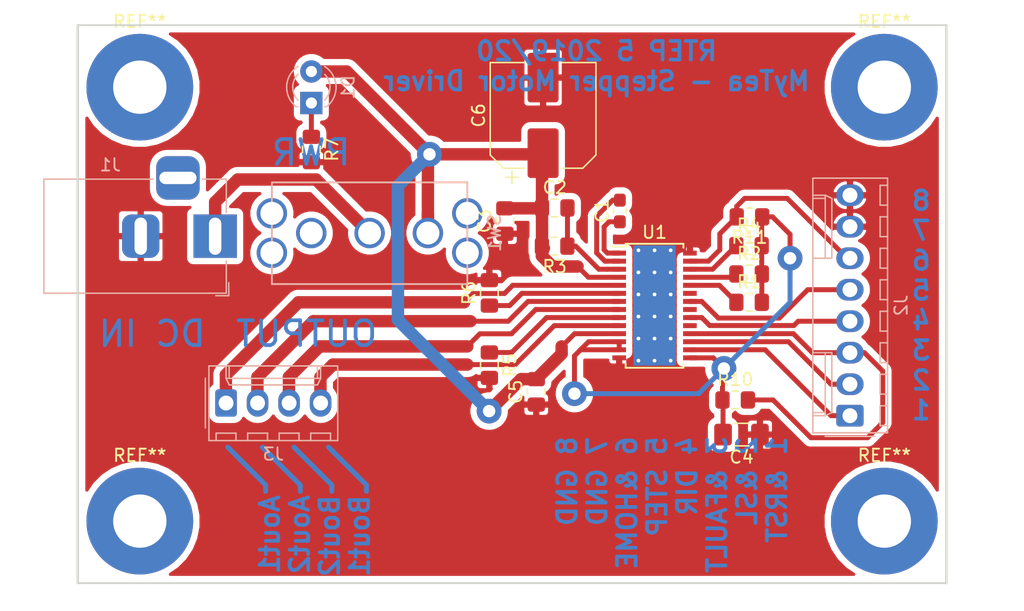
<source format=kicad_pcb>
(kicad_pcb (version 20171130) (host pcbnew "(5.0.2)-1")

  (general
    (thickness 1.6)
    (drawings 11)
    (tracks 178)
    (zones 0)
    (modules 25)
    (nets 27)
  )

  (page A4)
  (title_block
    (title "MyTea - Stepper Motor Driver")
    (date 2020-02-17)
    (company "Real Time Embedded Programming 5 2019/20")
    (comment 1 "Drawn by Boris Yanchev")
  )

  (layers
    (0 F.Cu signal)
    (31 B.Cu signal)
    (32 B.Adhes user)
    (33 F.Adhes user)
    (34 B.Paste user)
    (35 F.Paste user)
    (36 B.SilkS user)
    (37 F.SilkS user)
    (38 B.Mask user)
    (39 F.Mask user)
    (40 Dwgs.User user)
    (41 Cmts.User user)
    (42 Eco1.User user)
    (43 Eco2.User user)
    (44 Edge.Cuts user)
    (45 Margin user)
    (46 B.CrtYd user)
    (47 F.CrtYd user)
    (48 B.Fab user)
    (49 F.Fab user)
  )

  (setup
    (last_trace_width 0.4)
    (trace_clearance 0.2)
    (zone_clearance 0.508)
    (zone_45_only no)
    (trace_min 0.2)
    (segment_width 0.2)
    (edge_width 0.15)
    (via_size 2)
    (via_drill 1)
    (via_min_size 0.4)
    (via_min_drill 0.3)
    (uvia_size 0.3)
    (uvia_drill 0.1)
    (uvias_allowed no)
    (uvia_min_size 0.2)
    (uvia_min_drill 0.1)
    (pcb_text_width 0.3)
    (pcb_text_size 1.5 1.5)
    (mod_edge_width 0.15)
    (mod_text_size 1 1)
    (mod_text_width 0.15)
    (pad_size 1.524 1.524)
    (pad_drill 0.762)
    (pad_to_mask_clearance 0.051)
    (solder_mask_min_width 0.25)
    (aux_axis_origin 0 0)
    (grid_origin 175.664 76.708)
    (visible_elements 7FFFFFFF)
    (pcbplotparams
      (layerselection 0x00000_7fffffff)
      (usegerberextensions false)
      (usegerberattributes false)
      (usegerberadvancedattributes false)
      (creategerberjobfile false)
      (excludeedgelayer false)
      (linewidth 2.000000)
      (plotframeref false)
      (viasonmask false)
      (mode 1)
      (useauxorigin false)
      (hpglpennumber 1)
      (hpglpenspeed 20)
      (hpglpendiameter 15.000000)
      (psnegative false)
      (psa4output false)
      (plotreference true)
      (plotvalue true)
      (plotinvisibletext false)
      (padsonsilk false)
      (subtractmaskfromsilk false)
      (outputformat 4)
      (mirror true)
      (drillshape 2)
      (scaleselection 1)
      (outputdirectory "C:/Users/Boris/Desktop/"))
  )

  (net 0 "")
  (net 1 "Net-(C1-Pad1)")
  (net 2 "Net-(C1-Pad2)")
  (net 3 VMOTOR)
  (net 4 "Net-(C2-Pad2)")
  (net 5 GND)
  (net 6 Vref)
  (net 7 DIR)
  (net 8 STEP)
  (net 9 &RST)
  (net 10 &SL)
  (net 11 &FAULT)
  (net 12 &HOME)
  (net 13 AOUT1)
  (net 14 AOUT2)
  (net 15 BOUT1)
  (net 16 BOUT2)
  (net 17 "Net-(R1-Pad1)")
  (net 18 "Net-(R2-Pad1)")
  (net 19 "Net-(R4-Pad1)")
  (net 20 "Net-(R5-Pad1)")
  (net 21 "Net-(R6-Pad1)")
  (net 22 "Net-(U1-Pad19)")
  (net 23 &EN)
  (net 24 "Net-(D1-Pad1)")
  (net 25 "Net-(SW1-Pad3)")
  (net 26 "Net-(J1-Pad1)")

  (net_class Default "Това е клас на веригите при отсъствие."
    (clearance 0.2)
    (trace_width 0.4)
    (via_dia 2)
    (via_drill 1)
    (uvia_dia 0.3)
    (uvia_drill 0.1)
    (add_net &EN)
    (add_net &FAULT)
    (add_net &HOME)
    (add_net &RST)
    (add_net &SL)
    (add_net DIR)
    (add_net GND)
    (add_net "Net-(C1-Pad1)")
    (add_net "Net-(C1-Pad2)")
    (add_net "Net-(C2-Pad2)")
    (add_net "Net-(D1-Pad1)")
    (add_net "Net-(R1-Pad1)")
    (add_net "Net-(R2-Pad1)")
    (add_net "Net-(R4-Pad1)")
    (add_net "Net-(R5-Pad1)")
    (add_net "Net-(R6-Pad1)")
    (add_net "Net-(SW1-Pad3)")
    (add_net "Net-(U1-Pad19)")
    (add_net STEP)
    (add_net Vref)
  )

  (net_class HighCurrent ""
    (clearance 0.2)
    (trace_width 1)
    (via_dia 2)
    (via_drill 1)
    (uvia_dia 0.3)
    (uvia_drill 0.1)
    (add_net AOUT1)
    (add_net AOUT2)
    (add_net BOUT1)
    (add_net BOUT2)
    (add_net "Net-(J1-Pad1)")
    (add_net VMOTOR)
  )

  (module Capacitor_SMD:CP_Elec_8x5.4 (layer F.Cu) (tedit 5BCA39D0) (tstamp 5E591816)
    (at 143.164 83.983 90)
    (descr "SMD capacitor, aluminum electrolytic, Nichicon, 8.0x5.4mm")
    (tags "capacitor electrolytic")
    (path /5E448070)
    (attr smd)
    (fp_text reference C6 (at 0 -5.2 90) (layer F.SilkS)
      (effects (font (size 1 1) (thickness 0.15)))
    )
    (fp_text value 100u (at 0 5.2 90) (layer F.Fab)
      (effects (font (size 1 1) (thickness 0.15)))
    )
    (fp_circle (center 0 0) (end 4 0) (layer F.Fab) (width 0.1))
    (fp_line (start 4.15 -4.15) (end 4.15 4.15) (layer F.Fab) (width 0.1))
    (fp_line (start -3.15 -4.15) (end 4.15 -4.15) (layer F.Fab) (width 0.1))
    (fp_line (start -3.15 4.15) (end 4.15 4.15) (layer F.Fab) (width 0.1))
    (fp_line (start -4.15 -3.15) (end -4.15 3.15) (layer F.Fab) (width 0.1))
    (fp_line (start -4.15 -3.15) (end -3.15 -4.15) (layer F.Fab) (width 0.1))
    (fp_line (start -4.15 3.15) (end -3.15 4.15) (layer F.Fab) (width 0.1))
    (fp_line (start -3.562278 -1.5) (end -2.762278 -1.5) (layer F.Fab) (width 0.1))
    (fp_line (start -3.162278 -1.9) (end -3.162278 -1.1) (layer F.Fab) (width 0.1))
    (fp_line (start 4.26 4.26) (end 4.26 1.51) (layer F.SilkS) (width 0.12))
    (fp_line (start 4.26 -4.26) (end 4.26 -1.51) (layer F.SilkS) (width 0.12))
    (fp_line (start -3.195563 -4.26) (end 4.26 -4.26) (layer F.SilkS) (width 0.12))
    (fp_line (start -3.195563 4.26) (end 4.26 4.26) (layer F.SilkS) (width 0.12))
    (fp_line (start -4.26 3.195563) (end -4.26 1.51) (layer F.SilkS) (width 0.12))
    (fp_line (start -4.26 -3.195563) (end -4.26 -1.51) (layer F.SilkS) (width 0.12))
    (fp_line (start -4.26 -3.195563) (end -3.195563 -4.26) (layer F.SilkS) (width 0.12))
    (fp_line (start -4.26 3.195563) (end -3.195563 4.26) (layer F.SilkS) (width 0.12))
    (fp_line (start -5.5 -2.51) (end -4.5 -2.51) (layer F.SilkS) (width 0.12))
    (fp_line (start -5 -3.01) (end -5 -2.01) (layer F.SilkS) (width 0.12))
    (fp_line (start 4.4 -4.4) (end 4.4 -1.5) (layer F.CrtYd) (width 0.05))
    (fp_line (start 4.4 -1.5) (end 5.3 -1.5) (layer F.CrtYd) (width 0.05))
    (fp_line (start 5.3 -1.5) (end 5.3 1.5) (layer F.CrtYd) (width 0.05))
    (fp_line (start 5.3 1.5) (end 4.4 1.5) (layer F.CrtYd) (width 0.05))
    (fp_line (start 4.4 1.5) (end 4.4 4.4) (layer F.CrtYd) (width 0.05))
    (fp_line (start -3.25 4.4) (end 4.4 4.4) (layer F.CrtYd) (width 0.05))
    (fp_line (start -3.25 -4.4) (end 4.4 -4.4) (layer F.CrtYd) (width 0.05))
    (fp_line (start -4.4 3.25) (end -3.25 4.4) (layer F.CrtYd) (width 0.05))
    (fp_line (start -4.4 -3.25) (end -3.25 -4.4) (layer F.CrtYd) (width 0.05))
    (fp_line (start -4.4 -3.25) (end -4.4 -1.5) (layer F.CrtYd) (width 0.05))
    (fp_line (start -4.4 1.5) (end -4.4 3.25) (layer F.CrtYd) (width 0.05))
    (fp_line (start -4.4 -1.5) (end -5.3 -1.5) (layer F.CrtYd) (width 0.05))
    (fp_line (start -5.3 -1.5) (end -5.3 1.5) (layer F.CrtYd) (width 0.05))
    (fp_line (start -5.3 1.5) (end -4.4 1.5) (layer F.CrtYd) (width 0.05))
    (fp_text user %R (at 0 0 90) (layer F.Fab)
      (effects (font (size 1 1) (thickness 0.15)))
    )
    (pad 1 smd roundrect (at -3.05 0 90) (size 4 2.5) (layers F.Cu F.Paste F.Mask) (roundrect_rratio 0.1)
      (net 3 VMOTOR))
    (pad 2 smd roundrect (at 3.05 0 90) (size 4 2.5) (layers F.Cu F.Paste F.Mask) (roundrect_rratio 0.1)
      (net 5 GND))
    (model ${KISYS3DMOD}/Capacitor_SMD.3dshapes/CP_Elec_8x5.4.wrl
      (at (xyz 0 0 0))
      (scale (xyz 1 1 1))
      (rotate (xyz 0 0 0))
    )
  )

  (module MountingHole:MountingHole_4.3mm_M4_Pad (layer F.Cu) (tedit 56D1B4CB) (tstamp 5E63F41F)
    (at 170.664 81.708)
    (descr "Mounting Hole 4.3mm, M4")
    (tags "mounting hole 4.3mm m4")
    (attr virtual)
    (fp_text reference REF** (at 0 -5.3) (layer F.SilkS)
      (effects (font (size 1 1) (thickness 0.15)))
    )
    (fp_text value MountingHole_4.3mm_M4_Pad (at 0 5.3) (layer F.Fab)
      (effects (font (size 1 1) (thickness 0.15)))
    )
    (fp_text user %R (at 0.3 0) (layer F.Fab)
      (effects (font (size 1 1) (thickness 0.15)))
    )
    (fp_circle (center 0 0) (end 4.3 0) (layer Cmts.User) (width 0.15))
    (fp_circle (center 0 0) (end 4.55 0) (layer F.CrtYd) (width 0.05))
    (pad 1 thru_hole circle (at 0 0) (size 8.6 8.6) (drill 4.3) (layers *.Cu *.Mask))
  )

  (module MountingHole:MountingHole_4.3mm_M4_Pad (layer F.Cu) (tedit 56D1B4CB) (tstamp 5E63F411)
    (at 110.664 81.708)
    (descr "Mounting Hole 4.3mm, M4")
    (tags "mounting hole 4.3mm m4")
    (attr virtual)
    (fp_text reference REF** (at 0 -5.3) (layer F.SilkS)
      (effects (font (size 1 1) (thickness 0.15)))
    )
    (fp_text value MountingHole_4.3mm_M4_Pad (at 0 5.3) (layer F.Fab)
      (effects (font (size 1 1) (thickness 0.15)))
    )
    (fp_circle (center 0 0) (end 4.55 0) (layer F.CrtYd) (width 0.05))
    (fp_circle (center 0 0) (end 4.3 0) (layer Cmts.User) (width 0.15))
    (fp_text user %R (at 0.3 0) (layer F.Fab)
      (effects (font (size 1 1) (thickness 0.15)))
    )
    (pad 1 thru_hole circle (at 0 0) (size 8.6 8.6) (drill 4.3) (layers *.Cu *.Mask))
  )

  (module MountingHole:MountingHole_4.3mm_M4_Pad (layer F.Cu) (tedit 56D1B4CB) (tstamp 5E587DCC)
    (at 110.664 116.708)
    (descr "Mounting Hole 4.3mm, M4")
    (tags "mounting hole 4.3mm m4")
    (attr virtual)
    (fp_text reference REF** (at 0 -5.3) (layer F.SilkS)
      (effects (font (size 1 1) (thickness 0.15)))
    )
    (fp_text value MountingHole_4.3mm_M4_Pad (at 0 5.3) (layer F.Fab)
      (effects (font (size 1 1) (thickness 0.15)))
    )
    (fp_text user %R (at 0.3 0) (layer F.Fab)
      (effects (font (size 1 1) (thickness 0.15)))
    )
    (fp_circle (center 0 0) (end 4.3 0) (layer Cmts.User) (width 0.15))
    (fp_circle (center 0 0) (end 4.55 0) (layer F.CrtYd) (width 0.05))
    (pad 1 thru_hole circle (at 0 0) (size 8.6 8.6) (drill 4.3) (layers *.Cu *.Mask))
  )

  (module Resistor_SMD:R_0805_2012Metric_Pad1.15x1.40mm_HandSolder (layer F.Cu) (tedit 5E4B0217) (tstamp 5E587A99)
    (at 138.834 98.298 90)
    (descr "Resistor SMD 0805 (2012 Metric), square (rectangular) end terminal, IPC_7351 nominal with elongated pad for handsoldering. (Body size source: https://docs.google.com/spreadsheets/d/1BsfQQcO9C6DZCsRaXUlFlo91Tg2WpOkGARC1WS5S8t0/edit?usp=sharing), generated with kicad-footprint-generator")
    (tags "resistor handsolder")
    (path /5E456003)
    (attr smd)
    (fp_text reference R6 (at 0 -1.65 90) (layer F.SilkS)
      (effects (font (size 1 1) (thickness 0.15)))
    )
    (fp_text value Rsense_b (at 0 1.65 90) (layer F.Fab)
      (effects (font (size 1 1) (thickness 0.15)))
    )
    (fp_line (start -1 0.6) (end -1 -0.6) (layer F.Fab) (width 0.1))
    (fp_line (start -1 -0.6) (end 1 -0.6) (layer F.Fab) (width 0.1))
    (fp_line (start 1 -0.6) (end 1 0.6) (layer F.Fab) (width 0.1))
    (fp_line (start 1 0.6) (end -1 0.6) (layer F.Fab) (width 0.1))
    (fp_line (start -0.261252 -0.71) (end 0.261252 -0.71) (layer F.SilkS) (width 0.12))
    (fp_line (start -0.261252 0.71) (end 0.261252 0.71) (layer F.SilkS) (width 0.12))
    (fp_line (start -1.85 0.95) (end -1.85 -0.95) (layer F.CrtYd) (width 0.05))
    (fp_line (start -1.85 -0.95) (end 1.85 -0.95) (layer F.CrtYd) (width 0.05))
    (fp_line (start 1.85 -0.95) (end 1.85 0.95) (layer F.CrtYd) (width 0.05))
    (fp_line (start 1.85 0.95) (end -1.85 0.95) (layer F.CrtYd) (width 0.05))
    (fp_text user %R (at 0 0 90) (layer F.Fab)
      (effects (font (size 0.5 0.5) (thickness 0.08)))
    )
    (pad 1 smd roundrect (at -1.025 0 90) (size 1.15 1.4) (layers F.Cu F.Paste F.Mask) (roundrect_rratio 0.217391)
      (net 21 "Net-(R6-Pad1)"))
    (pad 2 smd roundrect (at 1.025 0 90) (size 1.15 1.4) (layers F.Cu F.Paste F.Mask) (roundrect_rratio 0.217391)
      (net 5 GND))
    (model ${KISYS3DMOD}/Resistor_SMD.3dshapes/R_0805_2012Metric.wrl
      (at (xyz 0 0 0))
      (scale (xyz 1 1 1))
      (rotate (xyz 0 0 0))
    )
  )

  (module Capacitor_SMD:C_0603_1608Metric_Pad1.05x0.95mm_HandSolder (layer F.Cu) (tedit 5E4AF9FB) (tstamp 5E587BEC)
    (at 149.352 91.694 90)
    (descr "Capacitor SMD 0603 (1608 Metric), square (rectangular) end terminal, IPC_7351 nominal with elongated pad for handsoldering. (Body size source: http://www.tortai-tech.com/upload/download/2011102023233369053.pdf), generated with kicad-footprint-generator")
    (tags "capacitor handsolder")
    (path /5E447A5C)
    (attr smd)
    (fp_text reference C1 (at 0 -1.43 90) (layer F.SilkS)
      (effects (font (size 1 1) (thickness 0.15)))
    )
    (fp_text value 0.01u (at 0 1.43 90) (layer F.Fab)
      (effects (font (size 1 1) (thickness 0.15)))
    )
    (fp_line (start -0.8 0.4) (end -0.8 -0.4) (layer F.Fab) (width 0.1))
    (fp_line (start -0.8 -0.4) (end 0.8 -0.4) (layer F.Fab) (width 0.1))
    (fp_line (start 0.8 -0.4) (end 0.8 0.4) (layer F.Fab) (width 0.1))
    (fp_line (start 0.8 0.4) (end -0.8 0.4) (layer F.Fab) (width 0.1))
    (fp_line (start -0.171267 -0.51) (end 0.171267 -0.51) (layer F.SilkS) (width 0.12))
    (fp_line (start -0.171267 0.51) (end 0.171267 0.51) (layer F.SilkS) (width 0.12))
    (fp_line (start -1.65 0.73) (end -1.65 -0.73) (layer F.CrtYd) (width 0.05))
    (fp_line (start -1.65 -0.73) (end 1.65 -0.73) (layer F.CrtYd) (width 0.05))
    (fp_line (start 1.65 -0.73) (end 1.65 0.73) (layer F.CrtYd) (width 0.05))
    (fp_line (start 1.65 0.73) (end -1.65 0.73) (layer F.CrtYd) (width 0.05))
    (fp_text user %R (at 0 0 90) (layer F.Fab)
      (effects (font (size 0.4 0.4) (thickness 0.06)))
    )
    (pad 1 smd roundrect (at -0.875 0 90) (size 1.05 0.95) (layers F.Cu F.Paste F.Mask) (roundrect_rratio 0.25)
      (net 1 "Net-(C1-Pad1)"))
    (pad 2 smd roundrect (at 0.875 0 90) (size 1.05 0.95) (layers F.Cu F.Paste F.Mask) (roundrect_rratio 0.25)
      (net 2 "Net-(C1-Pad2)"))
    (model ${KISYS3DMOD}/Capacitor_SMD.3dshapes/C_0603_1608Metric.wrl
      (at (xyz 0 0 0))
      (scale (xyz 1 1 1))
      (rotate (xyz 0 0 0))
    )
  )

  (module Capacitor_SMD:C_0805_2012Metric_Pad1.15x1.40mm_HandSolder (layer F.Cu) (tedit 5B36C52B) (tstamp 5E5918A4)
    (at 144.104 91.448)
    (descr "Capacitor SMD 0805 (2012 Metric), square (rectangular) end terminal, IPC_7351 nominal with elongated pad for handsoldering. (Body size source: https://docs.google.com/spreadsheets/d/1BsfQQcO9C6DZCsRaXUlFlo91Tg2WpOkGARC1WS5S8t0/edit?usp=sharing), generated with kicad-footprint-generator")
    (tags "capacitor handsolder")
    (path /5E448211)
    (attr smd)
    (fp_text reference C2 (at 0 -1.65) (layer F.SilkS)
      (effects (font (size 1 1) (thickness 0.15)))
    )
    (fp_text value 0.1u (at 0 1.65) (layer F.Fab)
      (effects (font (size 1 1) (thickness 0.15)))
    )
    (fp_line (start -1 0.6) (end -1 -0.6) (layer F.Fab) (width 0.1))
    (fp_line (start -1 -0.6) (end 1 -0.6) (layer F.Fab) (width 0.1))
    (fp_line (start 1 -0.6) (end 1 0.6) (layer F.Fab) (width 0.1))
    (fp_line (start 1 0.6) (end -1 0.6) (layer F.Fab) (width 0.1))
    (fp_line (start -0.261252 -0.71) (end 0.261252 -0.71) (layer F.SilkS) (width 0.12))
    (fp_line (start -0.261252 0.71) (end 0.261252 0.71) (layer F.SilkS) (width 0.12))
    (fp_line (start -1.85 0.95) (end -1.85 -0.95) (layer F.CrtYd) (width 0.05))
    (fp_line (start -1.85 -0.95) (end 1.85 -0.95) (layer F.CrtYd) (width 0.05))
    (fp_line (start 1.85 -0.95) (end 1.85 0.95) (layer F.CrtYd) (width 0.05))
    (fp_line (start 1.85 0.95) (end -1.85 0.95) (layer F.CrtYd) (width 0.05))
    (fp_text user %R (at 0 0) (layer F.Fab)
      (effects (font (size 0.5 0.5) (thickness 0.08)))
    )
    (pad 1 smd roundrect (at -1.025 0) (size 1.15 1.4) (layers F.Cu F.Paste F.Mask) (roundrect_rratio 0.217391)
      (net 3 VMOTOR))
    (pad 2 smd roundrect (at 1.025 0) (size 1.15 1.4) (layers F.Cu F.Paste F.Mask) (roundrect_rratio 0.217391)
      (net 4 "Net-(C2-Pad2)"))
    (model ${KISYS3DMOD}/Capacitor_SMD.3dshapes/C_0805_2012Metric.wrl
      (at (xyz 0 0 0))
      (scale (xyz 1 1 1))
      (rotate (xyz 0 0 0))
    )
  )

  (module Capacitor_SMD:C_0805_2012Metric_Pad1.15x1.40mm_HandSolder (layer F.Cu) (tedit 5B36C52B) (tstamp 5E587DEA)
    (at 140.084 92.503 90)
    (descr "Capacitor SMD 0805 (2012 Metric), square (rectangular) end terminal, IPC_7351 nominal with elongated pad for handsoldering. (Body size source: https://docs.google.com/spreadsheets/d/1BsfQQcO9C6DZCsRaXUlFlo91Tg2WpOkGARC1WS5S8t0/edit?usp=sharing), generated with kicad-footprint-generator")
    (tags "capacitor handsolder")
    (path /5E447CAD)
    (attr smd)
    (fp_text reference C3 (at 0 -1.65 90) (layer F.SilkS)
      (effects (font (size 1 1) (thickness 0.15)))
    )
    (fp_text value 0.1u (at 0 1.65 90) (layer F.Fab)
      (effects (font (size 1 1) (thickness 0.15)))
    )
    (fp_line (start -1 0.6) (end -1 -0.6) (layer F.Fab) (width 0.1))
    (fp_line (start -1 -0.6) (end 1 -0.6) (layer F.Fab) (width 0.1))
    (fp_line (start 1 -0.6) (end 1 0.6) (layer F.Fab) (width 0.1))
    (fp_line (start 1 0.6) (end -1 0.6) (layer F.Fab) (width 0.1))
    (fp_line (start -0.261252 -0.71) (end 0.261252 -0.71) (layer F.SilkS) (width 0.12))
    (fp_line (start -0.261252 0.71) (end 0.261252 0.71) (layer F.SilkS) (width 0.12))
    (fp_line (start -1.85 0.95) (end -1.85 -0.95) (layer F.CrtYd) (width 0.05))
    (fp_line (start -1.85 -0.95) (end 1.85 -0.95) (layer F.CrtYd) (width 0.05))
    (fp_line (start 1.85 -0.95) (end 1.85 0.95) (layer F.CrtYd) (width 0.05))
    (fp_line (start 1.85 0.95) (end -1.85 0.95) (layer F.CrtYd) (width 0.05))
    (fp_text user %R (at 0 0 90) (layer F.Fab)
      (effects (font (size 0.5 0.5) (thickness 0.08)))
    )
    (pad 1 smd roundrect (at -1.025 0 90) (size 1.15 1.4) (layers F.Cu F.Paste F.Mask) (roundrect_rratio 0.217391)
      (net 5 GND))
    (pad 2 smd roundrect (at 1.025 0 90) (size 1.15 1.4) (layers F.Cu F.Paste F.Mask) (roundrect_rratio 0.217391)
      (net 3 VMOTOR))
    (model ${KISYS3DMOD}/Capacitor_SMD.3dshapes/C_0805_2012Metric.wrl
      (at (xyz 0 0 0))
      (scale (xyz 1 1 1))
      (rotate (xyz 0 0 0))
    )
  )

  (module Capacitor_SMD:C_1206_3216Metric_Pad1.42x1.75mm_HandSolder (layer F.Cu) (tedit 5B301BBE) (tstamp 5E4BD0DF)
    (at 159.154 109.728 180)
    (descr "Capacitor SMD 1206 (3216 Metric), square (rectangular) end terminal, IPC_7351 nominal with elongated pad for handsoldering. (Body size source: http://www.tortai-tech.com/upload/download/2011102023233369053.pdf), generated with kicad-footprint-generator")
    (tags "capacitor handsolder")
    (path /5E448E4E)
    (attr smd)
    (fp_text reference C4 (at 0 -1.82 180) (layer F.SilkS)
      (effects (font (size 1 1) (thickness 0.15)))
    )
    (fp_text value 0.47u (at 0 1.82 180) (layer F.Fab)
      (effects (font (size 1 1) (thickness 0.15)))
    )
    (fp_line (start -1.6 0.8) (end -1.6 -0.8) (layer F.Fab) (width 0.1))
    (fp_line (start -1.6 -0.8) (end 1.6 -0.8) (layer F.Fab) (width 0.1))
    (fp_line (start 1.6 -0.8) (end 1.6 0.8) (layer F.Fab) (width 0.1))
    (fp_line (start 1.6 0.8) (end -1.6 0.8) (layer F.Fab) (width 0.1))
    (fp_line (start -0.602064 -0.91) (end 0.602064 -0.91) (layer F.SilkS) (width 0.12))
    (fp_line (start -0.602064 0.91) (end 0.602064 0.91) (layer F.SilkS) (width 0.12))
    (fp_line (start -2.45 1.12) (end -2.45 -1.12) (layer F.CrtYd) (width 0.05))
    (fp_line (start -2.45 -1.12) (end 2.45 -1.12) (layer F.CrtYd) (width 0.05))
    (fp_line (start 2.45 -1.12) (end 2.45 1.12) (layer F.CrtYd) (width 0.05))
    (fp_line (start 2.45 1.12) (end -2.45 1.12) (layer F.CrtYd) (width 0.05))
    (fp_text user %R (at 0 0 180) (layer F.Fab)
      (effects (font (size 0.8 0.8) (thickness 0.12)))
    )
    (pad 1 smd roundrect (at -1.4875 0 180) (size 1.425 1.75) (layers F.Cu F.Paste F.Mask) (roundrect_rratio 0.175439)
      (net 5 GND))
    (pad 2 smd roundrect (at 1.4875 0 180) (size 1.425 1.75) (layers F.Cu F.Paste F.Mask) (roundrect_rratio 0.175439)
      (net 6 Vref))
    (model ${KISYS3DMOD}/Capacitor_SMD.3dshapes/C_1206_3216Metric.wrl
      (at (xyz 0 0 0))
      (scale (xyz 1 1 1))
      (rotate (xyz 0 0 0))
    )
  )

  (module Capacitor_SMD:C_0805_2012Metric_Pad1.15x1.40mm_HandSolder (layer F.Cu) (tedit 5B36C52B) (tstamp 5E4BDAE4)
    (at 142.614 106.283 90)
    (descr "Capacitor SMD 0805 (2012 Metric), square (rectangular) end terminal, IPC_7351 nominal with elongated pad for handsoldering. (Body size source: https://docs.google.com/spreadsheets/d/1BsfQQcO9C6DZCsRaXUlFlo91Tg2WpOkGARC1WS5S8t0/edit?usp=sharing), generated with kicad-footprint-generator")
    (tags "capacitor handsolder")
    (path /5E447CF6)
    (attr smd)
    (fp_text reference C5 (at 0 -1.65 90) (layer F.SilkS)
      (effects (font (size 1 1) (thickness 0.15)))
    )
    (fp_text value 0.1u (at 0 1.65 90) (layer F.Fab)
      (effects (font (size 1 1) (thickness 0.15)))
    )
    (fp_text user %R (at 0 0 90) (layer F.Fab)
      (effects (font (size 0.5 0.5) (thickness 0.08)))
    )
    (fp_line (start 1.85 0.95) (end -1.85 0.95) (layer F.CrtYd) (width 0.05))
    (fp_line (start 1.85 -0.95) (end 1.85 0.95) (layer F.CrtYd) (width 0.05))
    (fp_line (start -1.85 -0.95) (end 1.85 -0.95) (layer F.CrtYd) (width 0.05))
    (fp_line (start -1.85 0.95) (end -1.85 -0.95) (layer F.CrtYd) (width 0.05))
    (fp_line (start -0.261252 0.71) (end 0.261252 0.71) (layer F.SilkS) (width 0.12))
    (fp_line (start -0.261252 -0.71) (end 0.261252 -0.71) (layer F.SilkS) (width 0.12))
    (fp_line (start 1 0.6) (end -1 0.6) (layer F.Fab) (width 0.1))
    (fp_line (start 1 -0.6) (end 1 0.6) (layer F.Fab) (width 0.1))
    (fp_line (start -1 -0.6) (end 1 -0.6) (layer F.Fab) (width 0.1))
    (fp_line (start -1 0.6) (end -1 -0.6) (layer F.Fab) (width 0.1))
    (pad 2 smd roundrect (at 1.025 0 90) (size 1.15 1.4) (layers F.Cu F.Paste F.Mask) (roundrect_rratio 0.217391)
      (net 3 VMOTOR))
    (pad 1 smd roundrect (at -1.025 0 90) (size 1.15 1.4) (layers F.Cu F.Paste F.Mask) (roundrect_rratio 0.217391)
      (net 5 GND))
    (model ${KISYS3DMOD}/Capacitor_SMD.3dshapes/C_0805_2012Metric.wrl
      (at (xyz 0 0 0))
      (scale (xyz 1 1 1))
      (rotate (xyz 0 0 0))
    )
  )

  (module Connector_BarrelJack:BarrelJack_Horizontal (layer B.Cu) (tedit 5A1DBF6A) (tstamp 5E51FD86)
    (at 116.736 93.726)
    (descr "DC Barrel Jack")
    (tags "Power Jack")
    (path /5E452947)
    (fp_text reference J1 (at -8.45 -5.75) (layer B.SilkS)
      (effects (font (size 1 1) (thickness 0.15)) (justify mirror))
    )
    (fp_text value Jack-DC (at -6.2 5.5) (layer B.Fab)
      (effects (font (size 1 1) (thickness 0.15)) (justify mirror))
    )
    (fp_text user %R (at -3 2.95) (layer B.Fab)
      (effects (font (size 1 1) (thickness 0.15)) (justify mirror))
    )
    (fp_line (start -0.003213 4.505425) (end 0.8 3.75) (layer B.Fab) (width 0.1))
    (fp_line (start 1.1 3.75) (end 1.1 4.8) (layer B.SilkS) (width 0.12))
    (fp_line (start 0.05 4.8) (end 1.1 4.8) (layer B.SilkS) (width 0.12))
    (fp_line (start 1 4.5) (end 1 4.75) (layer B.CrtYd) (width 0.05))
    (fp_line (start 1 4.75) (end -14 4.75) (layer B.CrtYd) (width 0.05))
    (fp_line (start 1 4.5) (end 1 2) (layer B.CrtYd) (width 0.05))
    (fp_line (start 1 2) (end 2 2) (layer B.CrtYd) (width 0.05))
    (fp_line (start 2 2) (end 2 -2) (layer B.CrtYd) (width 0.05))
    (fp_line (start 2 -2) (end 1 -2) (layer B.CrtYd) (width 0.05))
    (fp_line (start 1 -2) (end 1 -4.75) (layer B.CrtYd) (width 0.05))
    (fp_line (start 1 -4.75) (end -1 -4.75) (layer B.CrtYd) (width 0.05))
    (fp_line (start -1 -4.75) (end -1 -6.75) (layer B.CrtYd) (width 0.05))
    (fp_line (start -1 -6.75) (end -5 -6.75) (layer B.CrtYd) (width 0.05))
    (fp_line (start -5 -6.75) (end -5 -4.75) (layer B.CrtYd) (width 0.05))
    (fp_line (start -5 -4.75) (end -14 -4.75) (layer B.CrtYd) (width 0.05))
    (fp_line (start -14 -4.75) (end -14 4.75) (layer B.CrtYd) (width 0.05))
    (fp_line (start -5 -4.6) (end -13.8 -4.6) (layer B.SilkS) (width 0.12))
    (fp_line (start -13.8 -4.6) (end -13.8 4.6) (layer B.SilkS) (width 0.12))
    (fp_line (start 0.9 -1.9) (end 0.9 -4.6) (layer B.SilkS) (width 0.12))
    (fp_line (start 0.9 -4.6) (end -1 -4.6) (layer B.SilkS) (width 0.12))
    (fp_line (start -13.8 4.6) (end 0.9 4.6) (layer B.SilkS) (width 0.12))
    (fp_line (start 0.9 4.6) (end 0.9 2) (layer B.SilkS) (width 0.12))
    (fp_line (start -10.2 4.5) (end -10.2 -4.5) (layer B.Fab) (width 0.1))
    (fp_line (start -13.7 4.5) (end -13.7 -4.5) (layer B.Fab) (width 0.1))
    (fp_line (start -13.7 -4.5) (end 0.8 -4.5) (layer B.Fab) (width 0.1))
    (fp_line (start 0.8 -4.5) (end 0.8 3.75) (layer B.Fab) (width 0.1))
    (fp_line (start 0 4.5) (end -13.7 4.5) (layer B.Fab) (width 0.1))
    (pad 1 thru_hole rect (at 0 0) (size 3.5 3.5) (drill oval 1 3) (layers *.Cu *.Mask)
      (net 26 "Net-(J1-Pad1)"))
    (pad 2 thru_hole roundrect (at -6 0) (size 3 3.5) (drill oval 1 3) (layers *.Cu *.Mask) (roundrect_rratio 0.25)
      (net 5 GND))
    (pad 3 thru_hole roundrect (at -3 -4.7) (size 3.5 3.5) (drill oval 3 1) (layers *.Cu *.Mask) (roundrect_rratio 0.25))
    (model ${KISYS3DMOD}/Connector_BarrelJack.3dshapes/BarrelJack_Horizontal.wrl
      (at (xyz 0 0 0))
      (scale (xyz 1 1 1))
      (rotate (xyz 0 0 0))
    )
  )

  (module Connector_Molex:Molex_KK-254_AE-6410-08A_1x08_P2.54mm_Vertical (layer B.Cu) (tedit 5E4AFFD8) (tstamp 5E587B5A)
    (at 167.894 108.204 90)
    (descr "Molex KK-254 Interconnect System, old/engineering part number: AE-6410-08A example for new part number: 22-27-2081, 8 Pins (http://www.molex.com/pdm_docs/sd/022272021_sd.pdf), generated with kicad-footprint-generator")
    (tags "connector Molex KK-254 side entry")
    (path /5E4D84F9)
    (fp_text reference J2 (at 8.89 4.12 90) (layer B.SilkS)
      (effects (font (size 1 1) (thickness 0.15)) (justify mirror))
    )
    (fp_text value Conn_01x08_Male (at 8.89 -4.08 90) (layer B.Fab)
      (effects (font (size 1 1) (thickness 0.15)) (justify mirror))
    )
    (fp_line (start -1.27 2.92) (end -1.27 -2.88) (layer B.Fab) (width 0.1))
    (fp_line (start -1.27 -2.88) (end 19.05 -2.88) (layer B.Fab) (width 0.1))
    (fp_line (start 19.05 -2.88) (end 19.05 2.92) (layer B.Fab) (width 0.1))
    (fp_line (start 19.05 2.92) (end -1.27 2.92) (layer B.Fab) (width 0.1))
    (fp_line (start -1.38 3.03) (end -1.38 -2.99) (layer B.SilkS) (width 0.12))
    (fp_line (start -1.38 -2.99) (end 19.16 -2.99) (layer B.SilkS) (width 0.12))
    (fp_line (start 19.16 -2.99) (end 19.16 3.03) (layer B.SilkS) (width 0.12))
    (fp_line (start 19.16 3.03) (end -1.38 3.03) (layer B.SilkS) (width 0.12))
    (fp_line (start -1.67 2) (end -1.67 -2) (layer B.SilkS) (width 0.12))
    (fp_line (start -1.27 0.5) (end -0.562893 0) (layer B.Fab) (width 0.1))
    (fp_line (start -0.562893 0) (end -1.27 -0.5) (layer B.Fab) (width 0.1))
    (fp_line (start 0 -2.99) (end 0 -1.99) (layer B.SilkS) (width 0.12))
    (fp_line (start 0 -1.99) (end 5.08 -1.99) (layer B.SilkS) (width 0.12))
    (fp_line (start 5.08 -1.99) (end 5.08 -2.99) (layer B.SilkS) (width 0.12))
    (fp_line (start 0 -1.99) (end 0.25 -1.46) (layer B.SilkS) (width 0.12))
    (fp_line (start 0.25 -1.46) (end 5.08 -1.46) (layer B.SilkS) (width 0.12))
    (fp_line (start 5.08 -1.46) (end 5.08 -1.99) (layer B.SilkS) (width 0.12))
    (fp_line (start 0.25 -2.99) (end 0.25 -1.99) (layer B.SilkS) (width 0.12))
    (fp_line (start 17.78 -2.99) (end 17.78 -1.99) (layer B.SilkS) (width 0.12))
    (fp_line (start 17.78 -1.99) (end 12.7 -1.99) (layer B.SilkS) (width 0.12))
    (fp_line (start 12.7 -1.99) (end 12.7 -2.99) (layer B.SilkS) (width 0.12))
    (fp_line (start 17.78 -1.99) (end 17.53 -1.46) (layer B.SilkS) (width 0.12))
    (fp_line (start 17.53 -1.46) (end 12.7 -1.46) (layer B.SilkS) (width 0.12))
    (fp_line (start 12.7 -1.46) (end 12.7 -1.99) (layer B.SilkS) (width 0.12))
    (fp_line (start 17.53 -2.99) (end 17.53 -1.99) (layer B.SilkS) (width 0.12))
    (fp_line (start -0.8 3.03) (end -0.8 2.43) (layer B.SilkS) (width 0.12))
    (fp_line (start -0.8 2.43) (end 0.8 2.43) (layer B.SilkS) (width 0.12))
    (fp_line (start 0.8 2.43) (end 0.8 3.03) (layer B.SilkS) (width 0.12))
    (fp_line (start 1.74 3.03) (end 1.74 2.43) (layer B.SilkS) (width 0.12))
    (fp_line (start 1.74 2.43) (end 3.34 2.43) (layer B.SilkS) (width 0.12))
    (fp_line (start 3.34 2.43) (end 3.34 3.03) (layer B.SilkS) (width 0.12))
    (fp_line (start 4.28 3.03) (end 4.28 2.43) (layer B.SilkS) (width 0.12))
    (fp_line (start 4.28 2.43) (end 5.88 2.43) (layer B.SilkS) (width 0.12))
    (fp_line (start 5.88 2.43) (end 5.88 3.03) (layer B.SilkS) (width 0.12))
    (fp_line (start 6.82 3.03) (end 6.82 2.43) (layer B.SilkS) (width 0.12))
    (fp_line (start 6.82 2.43) (end 8.42 2.43) (layer B.SilkS) (width 0.12))
    (fp_line (start 8.42 2.43) (end 8.42 3.03) (layer B.SilkS) (width 0.12))
    (fp_line (start 9.36 3.03) (end 9.36 2.43) (layer B.SilkS) (width 0.12))
    (fp_line (start 9.36 2.43) (end 10.96 2.43) (layer B.SilkS) (width 0.12))
    (fp_line (start 10.96 2.43) (end 10.96 3.03) (layer B.SilkS) (width 0.12))
    (fp_line (start 11.9 3.03) (end 11.9 2.43) (layer B.SilkS) (width 0.12))
    (fp_line (start 11.9 2.43) (end 13.5 2.43) (layer B.SilkS) (width 0.12))
    (fp_line (start 13.5 2.43) (end 13.5 3.03) (layer B.SilkS) (width 0.12))
    (fp_line (start 14.44 3.03) (end 14.44 2.43) (layer B.SilkS) (width 0.12))
    (fp_line (start 14.44 2.43) (end 16.04 2.43) (layer B.SilkS) (width 0.12))
    (fp_line (start 16.04 2.43) (end 16.04 3.03) (layer B.SilkS) (width 0.12))
    (fp_line (start 16.98 3.03) (end 16.98 2.43) (layer B.SilkS) (width 0.12))
    (fp_line (start 16.98 2.43) (end 18.58 2.43) (layer B.SilkS) (width 0.12))
    (fp_line (start 18.58 2.43) (end 18.58 3.03) (layer B.SilkS) (width 0.12))
    (fp_line (start -1.77 3.42) (end -1.77 -3.38) (layer B.CrtYd) (width 0.05))
    (fp_line (start -1.77 -3.38) (end 19.55 -3.38) (layer B.CrtYd) (width 0.05))
    (fp_line (start 19.55 -3.38) (end 19.55 3.42) (layer B.CrtYd) (width 0.05))
    (fp_line (start 19.55 3.42) (end -1.77 3.42) (layer B.CrtYd) (width 0.05))
    (fp_text user %R (at 8.89 2.22 90) (layer B.Fab)
      (effects (font (size 1 1) (thickness 0.15)) (justify mirror))
    )
    (pad 1 thru_hole roundrect (at 0 0 90) (size 1.74 2.2) (drill 1.2) (layers *.Cu *.Mask) (roundrect_rratio 0.143678)
      (net 9 &RST))
    (pad 2 thru_hole oval (at 2.54 0 90) (size 1.74 2.2) (drill 1.2) (layers *.Cu *.Mask)
      (net 10 &SL))
    (pad 3 thru_hole oval (at 5.08 0 90) (size 1.74 2.2) (drill 1.2) (layers *.Cu *.Mask)
      (net 11 &FAULT))
    (pad 4 thru_hole oval (at 7.62 0 90) (size 1.74 2.2) (drill 1.2) (layers *.Cu *.Mask)
      (net 7 DIR))
    (pad 5 thru_hole oval (at 10.16 0 90) (size 1.74 2.2) (drill 1.2) (layers *.Cu *.Mask)
      (net 8 STEP))
    (pad 6 thru_hole oval (at 12.7 0 90) (size 1.74 2.2) (drill 1.2) (layers *.Cu *.Mask)
      (net 12 &HOME))
    (pad 7 thru_hole oval (at 15.24 0 90) (size 1.74 2.2) (drill 1.2) (layers *.Cu *.Mask)
      (net 5 GND))
    (pad 8 thru_hole oval (at 17.78 0 90) (size 1.74 2.2) (drill 1.2) (layers *.Cu *.Mask)
      (net 5 GND))
    (model ${KISYS3DMOD}/Connector_Molex.3dshapes/Molex_KK-254_AE-6410-08A_1x08_P2.54mm_Vertical.wrl
      (at (xyz 0 0 0))
      (scale (xyz 1 1 1))
      (rotate (xyz 0 0 0))
    )
  )

  (module Resistor_SMD:R_0805_2012Metric_Pad1.15x1.40mm_HandSolder (layer F.Cu) (tedit 5B36C52B) (tstamp 5E587C4C)
    (at 159.766 99.06)
    (descr "Resistor SMD 0805 (2012 Metric), square (rectangular) end terminal, IPC_7351 nominal with elongated pad for handsoldering. (Body size source: https://docs.google.com/spreadsheets/d/1BsfQQcO9C6DZCsRaXUlFlo91Tg2WpOkGARC1WS5S8t0/edit?usp=sharing), generated with kicad-footprint-generator")
    (tags "resistor handsolder")
    (path /5E455BC2)
    (attr smd)
    (fp_text reference R1 (at 0 -1.65) (layer F.SilkS)
      (effects (font (size 1 1) (thickness 0.15)))
    )
    (fp_text value 10k (at 0 1.65) (layer F.Fab)
      (effects (font (size 1 1) (thickness 0.15)))
    )
    (fp_text user %R (at 0 0) (layer F.Fab)
      (effects (font (size 0.5 0.5) (thickness 0.08)))
    )
    (fp_line (start 1.85 0.95) (end -1.85 0.95) (layer F.CrtYd) (width 0.05))
    (fp_line (start 1.85 -0.95) (end 1.85 0.95) (layer F.CrtYd) (width 0.05))
    (fp_line (start -1.85 -0.95) (end 1.85 -0.95) (layer F.CrtYd) (width 0.05))
    (fp_line (start -1.85 0.95) (end -1.85 -0.95) (layer F.CrtYd) (width 0.05))
    (fp_line (start -0.261252 0.71) (end 0.261252 0.71) (layer F.SilkS) (width 0.12))
    (fp_line (start -0.261252 -0.71) (end 0.261252 -0.71) (layer F.SilkS) (width 0.12))
    (fp_line (start 1 0.6) (end -1 0.6) (layer F.Fab) (width 0.1))
    (fp_line (start 1 -0.6) (end 1 0.6) (layer F.Fab) (width 0.1))
    (fp_line (start -1 -0.6) (end 1 -0.6) (layer F.Fab) (width 0.1))
    (fp_line (start -1 0.6) (end -1 -0.6) (layer F.Fab) (width 0.1))
    (pad 2 smd roundrect (at 1.025 0) (size 1.15 1.4) (layers F.Cu F.Paste F.Mask) (roundrect_rratio 0.217391)
      (net 6 Vref))
    (pad 1 smd roundrect (at -1.025 0) (size 1.15 1.4) (layers F.Cu F.Paste F.Mask) (roundrect_rratio 0.217391)
      (net 17 "Net-(R1-Pad1)"))
    (model ${KISYS3DMOD}/Resistor_SMD.3dshapes/R_0805_2012Metric.wrl
      (at (xyz 0 0 0))
      (scale (xyz 1 1 1))
      (rotate (xyz 0 0 0))
    )
  )

  (module Resistor_SMD:R_0805_2012Metric_Pad1.15x1.40mm_HandSolder (layer F.Cu) (tedit 5B36C52B) (tstamp 5E587DA5)
    (at 159.766 96.774)
    (descr "Resistor SMD 0805 (2012 Metric), square (rectangular) end terminal, IPC_7351 nominal with elongated pad for handsoldering. (Body size source: https://docs.google.com/spreadsheets/d/1BsfQQcO9C6DZCsRaXUlFlo91Tg2WpOkGARC1WS5S8t0/edit?usp=sharing), generated with kicad-footprint-generator")
    (tags "resistor handsolder")
    (path /5E455CAC)
    (attr smd)
    (fp_text reference R2 (at 0 -1.65) (layer F.SilkS)
      (effects (font (size 1 1) (thickness 0.15)))
    )
    (fp_text value 10k (at 0 1.65) (layer F.Fab)
      (effects (font (size 1 1) (thickness 0.15)))
    )
    (fp_line (start -1 0.6) (end -1 -0.6) (layer F.Fab) (width 0.1))
    (fp_line (start -1 -0.6) (end 1 -0.6) (layer F.Fab) (width 0.1))
    (fp_line (start 1 -0.6) (end 1 0.6) (layer F.Fab) (width 0.1))
    (fp_line (start 1 0.6) (end -1 0.6) (layer F.Fab) (width 0.1))
    (fp_line (start -0.261252 -0.71) (end 0.261252 -0.71) (layer F.SilkS) (width 0.12))
    (fp_line (start -0.261252 0.71) (end 0.261252 0.71) (layer F.SilkS) (width 0.12))
    (fp_line (start -1.85 0.95) (end -1.85 -0.95) (layer F.CrtYd) (width 0.05))
    (fp_line (start -1.85 -0.95) (end 1.85 -0.95) (layer F.CrtYd) (width 0.05))
    (fp_line (start 1.85 -0.95) (end 1.85 0.95) (layer F.CrtYd) (width 0.05))
    (fp_line (start 1.85 0.95) (end -1.85 0.95) (layer F.CrtYd) (width 0.05))
    (fp_text user %R (at 0 0) (layer F.Fab)
      (effects (font (size 0.5 0.5) (thickness 0.08)))
    )
    (pad 1 smd roundrect (at -1.025 0) (size 1.15 1.4) (layers F.Cu F.Paste F.Mask) (roundrect_rratio 0.217391)
      (net 18 "Net-(R2-Pad1)"))
    (pad 2 smd roundrect (at 1.025 0) (size 1.15 1.4) (layers F.Cu F.Paste F.Mask) (roundrect_rratio 0.217391)
      (net 6 Vref))
    (model ${KISYS3DMOD}/Resistor_SMD.3dshapes/R_0805_2012Metric.wrl
      (at (xyz 0 0 0))
      (scale (xyz 1 1 1))
      (rotate (xyz 0 0 0))
    )
  )

  (module Resistor_SMD:R_0805_2012Metric_Pad1.15x1.40mm_HandSolder (layer F.Cu) (tedit 5B36C52B) (tstamp 5E591874)
    (at 144.096 94.53 180)
    (descr "Resistor SMD 0805 (2012 Metric), square (rectangular) end terminal, IPC_7351 nominal with elongated pad for handsoldering. (Body size source: https://docs.google.com/spreadsheets/d/1BsfQQcO9C6DZCsRaXUlFlo91Tg2WpOkGARC1WS5S8t0/edit?usp=sharing), generated with kicad-footprint-generator")
    (tags "resistor handsolder")
    (path /5E448254)
    (attr smd)
    (fp_text reference R3 (at 0 -1.65 180) (layer F.SilkS)
      (effects (font (size 1 1) (thickness 0.15)))
    )
    (fp_text value 1M (at 0 1.65 180) (layer F.Fab)
      (effects (font (size 1 1) (thickness 0.15)))
    )
    (fp_line (start -1 0.6) (end -1 -0.6) (layer F.Fab) (width 0.1))
    (fp_line (start -1 -0.6) (end 1 -0.6) (layer F.Fab) (width 0.1))
    (fp_line (start 1 -0.6) (end 1 0.6) (layer F.Fab) (width 0.1))
    (fp_line (start 1 0.6) (end -1 0.6) (layer F.Fab) (width 0.1))
    (fp_line (start -0.261252 -0.71) (end 0.261252 -0.71) (layer F.SilkS) (width 0.12))
    (fp_line (start -0.261252 0.71) (end 0.261252 0.71) (layer F.SilkS) (width 0.12))
    (fp_line (start -1.85 0.95) (end -1.85 -0.95) (layer F.CrtYd) (width 0.05))
    (fp_line (start -1.85 -0.95) (end 1.85 -0.95) (layer F.CrtYd) (width 0.05))
    (fp_line (start 1.85 -0.95) (end 1.85 0.95) (layer F.CrtYd) (width 0.05))
    (fp_line (start 1.85 0.95) (end -1.85 0.95) (layer F.CrtYd) (width 0.05))
    (fp_text user %R (at 0 0 180) (layer F.Fab)
      (effects (font (size 0.5 0.5) (thickness 0.08)))
    )
    (pad 1 smd roundrect (at -1.025 0 180) (size 1.15 1.4) (layers F.Cu F.Paste F.Mask) (roundrect_rratio 0.217391)
      (net 4 "Net-(C2-Pad2)"))
    (pad 2 smd roundrect (at 1.025 0 180) (size 1.15 1.4) (layers F.Cu F.Paste F.Mask) (roundrect_rratio 0.217391)
      (net 3 VMOTOR))
    (model ${KISYS3DMOD}/Resistor_SMD.3dshapes/R_0805_2012Metric.wrl
      (at (xyz 0 0 0))
      (scale (xyz 1 1 1))
      (rotate (xyz 0 0 0))
    )
  )

  (module Resistor_SMD:R_0805_2012Metric_Pad1.15x1.40mm_HandSolder (layer F.Cu) (tedit 5B36C52B) (tstamp 5E587AF9)
    (at 159.757 94.488)
    (descr "Resistor SMD 0805 (2012 Metric), square (rectangular) end terminal, IPC_7351 nominal with elongated pad for handsoldering. (Body size source: https://docs.google.com/spreadsheets/d/1BsfQQcO9C6DZCsRaXUlFlo91Tg2WpOkGARC1WS5S8t0/edit?usp=sharing), generated with kicad-footprint-generator")
    (tags "resistor handsolder")
    (path /5E455CE2)
    (attr smd)
    (fp_text reference R4 (at 0 -1.65) (layer F.SilkS)
      (effects (font (size 1 1) (thickness 0.15)))
    )
    (fp_text value 10k (at 0 1.65) (layer F.Fab)
      (effects (font (size 1 1) (thickness 0.15)))
    )
    (fp_text user %R (at 0 0) (layer F.Fab)
      (effects (font (size 0.5 0.5) (thickness 0.08)))
    )
    (fp_line (start 1.85 0.95) (end -1.85 0.95) (layer F.CrtYd) (width 0.05))
    (fp_line (start 1.85 -0.95) (end 1.85 0.95) (layer F.CrtYd) (width 0.05))
    (fp_line (start -1.85 -0.95) (end 1.85 -0.95) (layer F.CrtYd) (width 0.05))
    (fp_line (start -1.85 0.95) (end -1.85 -0.95) (layer F.CrtYd) (width 0.05))
    (fp_line (start -0.261252 0.71) (end 0.261252 0.71) (layer F.SilkS) (width 0.12))
    (fp_line (start -0.261252 -0.71) (end 0.261252 -0.71) (layer F.SilkS) (width 0.12))
    (fp_line (start 1 0.6) (end -1 0.6) (layer F.Fab) (width 0.1))
    (fp_line (start 1 -0.6) (end 1 0.6) (layer F.Fab) (width 0.1))
    (fp_line (start -1 -0.6) (end 1 -0.6) (layer F.Fab) (width 0.1))
    (fp_line (start -1 0.6) (end -1 -0.6) (layer F.Fab) (width 0.1))
    (pad 2 smd roundrect (at 1.025 0) (size 1.15 1.4) (layers F.Cu F.Paste F.Mask) (roundrect_rratio 0.217391)
      (net 6 Vref))
    (pad 1 smd roundrect (at -1.025 0) (size 1.15 1.4) (layers F.Cu F.Paste F.Mask) (roundrect_rratio 0.217391)
      (net 19 "Net-(R4-Pad1)"))
    (model ${KISYS3DMOD}/Resistor_SMD.3dshapes/R_0805_2012Metric.wrl
      (at (xyz 0 0 0))
      (scale (xyz 1 1 1))
      (rotate (xyz 0 0 0))
    )
  )

  (module Resistor_SMD:R_0805_2012Metric_Pad1.15x1.40mm_HandSolder (layer F.Cu) (tedit 5B36C52B) (tstamp 5E587AC9)
    (at 138.834 104.131 270)
    (descr "Resistor SMD 0805 (2012 Metric), square (rectangular) end terminal, IPC_7351 nominal with elongated pad for handsoldering. (Body size source: https://docs.google.com/spreadsheets/d/1BsfQQcO9C6DZCsRaXUlFlo91Tg2WpOkGARC1WS5S8t0/edit?usp=sharing), generated with kicad-footprint-generator")
    (tags "resistor handsolder")
    (path /5E455FC7)
    (attr smd)
    (fp_text reference R5 (at 0 -1.65 270) (layer F.SilkS)
      (effects (font (size 1 1) (thickness 0.15)))
    )
    (fp_text value Rsense_a (at 0 1.65 270) (layer F.Fab)
      (effects (font (size 1 1) (thickness 0.15)))
    )
    (fp_text user %R (at 0 0 270) (layer F.Fab)
      (effects (font (size 0.5 0.5) (thickness 0.08)))
    )
    (fp_line (start 1.85 0.95) (end -1.85 0.95) (layer F.CrtYd) (width 0.05))
    (fp_line (start 1.85 -0.95) (end 1.85 0.95) (layer F.CrtYd) (width 0.05))
    (fp_line (start -1.85 -0.95) (end 1.85 -0.95) (layer F.CrtYd) (width 0.05))
    (fp_line (start -1.85 0.95) (end -1.85 -0.95) (layer F.CrtYd) (width 0.05))
    (fp_line (start -0.261252 0.71) (end 0.261252 0.71) (layer F.SilkS) (width 0.12))
    (fp_line (start -0.261252 -0.71) (end 0.261252 -0.71) (layer F.SilkS) (width 0.12))
    (fp_line (start 1 0.6) (end -1 0.6) (layer F.Fab) (width 0.1))
    (fp_line (start 1 -0.6) (end 1 0.6) (layer F.Fab) (width 0.1))
    (fp_line (start -1 -0.6) (end 1 -0.6) (layer F.Fab) (width 0.1))
    (fp_line (start -1 0.6) (end -1 -0.6) (layer F.Fab) (width 0.1))
    (pad 2 smd roundrect (at 1.025 0 270) (size 1.15 1.4) (layers F.Cu F.Paste F.Mask) (roundrect_rratio 0.217391)
      (net 5 GND))
    (pad 1 smd roundrect (at -1.025 0 270) (size 1.15 1.4) (layers F.Cu F.Paste F.Mask) (roundrect_rratio 0.217391)
      (net 20 "Net-(R5-Pad1)"))
    (model ${KISYS3DMOD}/Resistor_SMD.3dshapes/R_0805_2012Metric.wrl
      (at (xyz 0 0 0))
      (scale (xyz 1 1 1))
      (rotate (xyz 0 0 0))
    )
  )

  (module Package_SO:HTSSOP-28-1EP_4.4x9.7mm_P0.65mm_EP3.4x9.5mm_Mask2.4x6.17mm_ThermalVias (layer F.Cu) (tedit 5A671B3A) (tstamp 5E587E55)
    (at 152.146 99.314)
    (descr "HTSSOP28: plastic thin shrink small outline package; 28 leads; body width 4.4 mm; thermal pad")
    (tags "TSSOP HTSSOP 0.65 thermal pad")
    (path /5E447237)
    (attr smd)
    (fp_text reference U1 (at 0 -5.9) (layer F.SilkS)
      (effects (font (size 1 1) (thickness 0.15)))
    )
    (fp_text value DRV8825PWP (at 0 5.9) (layer F.Fab)
      (effects (font (size 1 1) (thickness 0.15)))
    )
    (fp_line (start -1.2 -4.85) (end 2.2 -4.85) (layer F.Fab) (width 0.15))
    (fp_line (start 2.2 -4.85) (end 2.2 4.85) (layer F.Fab) (width 0.15))
    (fp_line (start 2.2 4.9008) (end -2.2 4.9008) (layer F.Fab) (width 0.15))
    (fp_line (start -2.2 4.85) (end -2.2 -3.85) (layer F.Fab) (width 0.15))
    (fp_line (start -2.2 -3.85) (end -1.2 -4.85) (layer F.Fab) (width 0.15))
    (fp_line (start -3.65 -5.15) (end -3.65 5.15) (layer F.CrtYd) (width 0.05))
    (fp_line (start 3.65 -5.15) (end 3.65 5.15) (layer F.CrtYd) (width 0.05))
    (fp_line (start -3.65 -5.15) (end 3.65 -5.15) (layer F.CrtYd) (width 0.05))
    (fp_line (start -3.65 5.15) (end 3.65 5.15) (layer F.CrtYd) (width 0.05))
    (fp_line (start -2.325 -4.975) (end -2.325 -4.75) (layer F.SilkS) (width 0.15))
    (fp_line (start 2.325 -4.975) (end 2.325 -4.65) (layer F.SilkS) (width 0.15))
    (fp_line (start 2.325 5.0258) (end 2.325 4.7008) (layer F.SilkS) (width 0.15))
    (fp_line (start -2.325 5.0258) (end -2.325 4.7008) (layer F.SilkS) (width 0.15))
    (fp_line (start -2.325 -4.975) (end 2.325 -4.975) (layer F.SilkS) (width 0.15))
    (fp_line (start -2.325 5.0258) (end 2.325 5.0258) (layer F.SilkS) (width 0.15))
    (fp_line (start -2.325 -4.75) (end -3.4 -4.75) (layer F.SilkS) (width 0.15))
    (fp_text user %R (at 0 0) (layer F.Fab)
      (effects (font (size 0.8 0.8) (thickness 0.15)))
    )
    (pad 1 smd rect (at -2.85 -4.225) (size 1.1 0.4) (layers F.Cu F.Paste F.Mask)
      (net 1 "Net-(C1-Pad1)"))
    (pad 2 smd rect (at -2.85 -3.575) (size 1.1 0.4) (layers F.Cu F.Paste F.Mask)
      (net 2 "Net-(C1-Pad2)"))
    (pad 3 smd rect (at -2.85 -2.925) (size 1.1 0.4) (layers F.Cu F.Paste F.Mask)
      (net 4 "Net-(C2-Pad2)"))
    (pad 4 smd rect (at -2.85 -2.275) (size 1.1 0.4) (layers F.Cu F.Paste F.Mask)
      (net 3 VMOTOR))
    (pad 5 smd rect (at -2.85 -1.625) (size 1.1 0.4) (layers F.Cu F.Paste F.Mask)
      (net 13 AOUT1))
    (pad 6 smd rect (at -2.85 -0.975) (size 1.1 0.4) (layers F.Cu F.Paste F.Mask)
      (net 21 "Net-(R6-Pad1)"))
    (pad 7 smd rect (at -2.85 -0.325) (size 1.1 0.4) (layers F.Cu F.Paste F.Mask)
      (net 14 AOUT2))
    (pad 8 smd rect (at -2.85 0.325) (size 1.1 0.4) (layers F.Cu F.Paste F.Mask)
      (net 16 BOUT2))
    (pad 9 smd rect (at -2.85 0.975) (size 1.1 0.4) (layers F.Cu F.Paste F.Mask)
      (net 20 "Net-(R5-Pad1)"))
    (pad 10 smd rect (at -2.85 1.625) (size 1.1 0.4) (layers F.Cu F.Paste F.Mask)
      (net 15 BOUT1))
    (pad 11 smd rect (at -2.85 2.275) (size 1.1 0.4) (layers F.Cu F.Paste F.Mask)
      (net 3 VMOTOR))
    (pad 12 smd rect (at -2.85 2.925) (size 1.1 0.4) (layers F.Cu F.Paste F.Mask)
      (net 6 Vref))
    (pad 13 smd rect (at -2.85 3.575) (size 1.1 0.4) (layers F.Cu F.Paste F.Mask)
      (net 6 Vref))
    (pad 14 smd rect (at -2.85 4.225) (size 1.1 0.4) (layers F.Cu F.Paste F.Mask)
      (net 5 GND))
    (pad 15 smd rect (at 2.85 4.225) (size 1.1 0.4) (layers F.Cu F.Paste F.Mask)
      (net 6 Vref))
    (pad 16 smd rect (at 2.85 3.575) (size 1.1 0.4) (layers F.Cu F.Paste F.Mask)
      (net 9 &RST))
    (pad 17 smd rect (at 2.85 2.925) (size 1.1 0.4) (layers F.Cu F.Paste F.Mask)
      (net 10 &SL))
    (pad 18 smd rect (at 2.85 2.275) (size 1.1 0.4) (layers F.Cu F.Paste F.Mask)
      (net 11 &FAULT))
    (pad 19 smd rect (at 2.85 1.625) (size 1.1 0.4) (layers F.Cu F.Paste F.Mask)
      (net 22 "Net-(U1-Pad19)"))
    (pad 20 smd rect (at 2.85 0.975) (size 1.1 0.4) (layers F.Cu F.Paste F.Mask)
      (net 7 DIR))
    (pad 21 smd rect (at 2.85 0.325) (size 1.1 0.4) (layers F.Cu F.Paste F.Mask)
      (net 23 &EN))
    (pad 22 smd rect (at 2.85 -0.325) (size 1.1 0.4) (layers F.Cu F.Paste F.Mask)
      (net 8 STEP))
    (pad 23 smd rect (at 2.85 -0.975) (size 1.1 0.4) (layers F.Cu F.Paste F.Mask))
    (pad 24 smd rect (at 2.85 -1.625) (size 1.1 0.4) (layers F.Cu F.Paste F.Mask)
      (net 17 "Net-(R1-Pad1)"))
    (pad 25 smd rect (at 2.85 -2.275) (size 1.1 0.4) (layers F.Cu F.Paste F.Mask)
      (net 18 "Net-(R2-Pad1)"))
    (pad 26 smd rect (at 2.85 -2.925) (size 1.1 0.4) (layers F.Cu F.Paste F.Mask)
      (net 19 "Net-(R4-Pad1)"))
    (pad 27 smd rect (at 2.85 -3.575) (size 1.1 0.4) (layers F.Cu F.Paste F.Mask)
      (net 12 &HOME))
    (pad 28 smd rect (at 2.85 -4.225) (size 1.1 0.4) (layers F.Cu F.Paste F.Mask)
      (net 5 GND))
    (pad 29 smd rect (at 0 0) (size 3.4 9.7) (layers F.Cu)
      (net 5 GND))
    (pad 29 thru_hole circle (at -1.3 -4.45) (size 0.6 0.6) (drill 0.3) (layers *.Cu)
      (net 5 GND))
    (pad 29 thru_hole circle (at 0 -4.45) (size 0.6 0.6) (drill 0.3) (layers *.Cu)
      (net 5 GND))
    (pad 29 thru_hole circle (at 1.3 -4.45) (size 0.6 0.6) (drill 0.3) (layers *.Cu)
      (net 5 GND))
    (pad 29 thru_hole circle (at 1.3 -2.67) (size 0.6 0.6) (drill 0.3) (layers *.Cu)
      (net 5 GND))
    (pad 29 thru_hole circle (at 0 -2.67) (size 0.6 0.6) (drill 0.3) (layers *.Cu)
      (net 5 GND))
    (pad 29 thru_hole circle (at -1.3 -2.67) (size 0.6 0.6) (drill 0.3) (layers *.Cu)
      (net 5 GND))
    (pad 29 thru_hole circle (at 1.3 -0.89) (size 0.6 0.6) (drill 0.3) (layers *.Cu)
      (net 5 GND))
    (pad 29 thru_hole circle (at 0 -0.89) (size 0.6 0.6) (drill 0.3) (layers *.Cu)
      (net 5 GND))
    (pad 29 thru_hole circle (at -1.3 -0.89) (size 0.6 0.6) (drill 0.3) (layers *.Cu)
      (net 5 GND))
    (pad 29 thru_hole circle (at 1.3 0.89) (size 0.6 0.6) (drill 0.3) (layers *.Cu)
      (net 5 GND))
    (pad 29 thru_hole circle (at 0 0.89) (size 0.6 0.6) (drill 0.3) (layers *.Cu)
      (net 5 GND))
    (pad 29 thru_hole circle (at -1.3 0.89) (size 0.6 0.6) (drill 0.3) (layers *.Cu)
      (net 5 GND))
    (pad 29 thru_hole circle (at 1.3 2.67) (size 0.6 0.6) (drill 0.3) (layers *.Cu)
      (net 5 GND))
    (pad 29 thru_hole circle (at 0 2.67) (size 0.6 0.6) (drill 0.3) (layers *.Cu)
      (net 5 GND))
    (pad 29 thru_hole circle (at -1.3 2.67) (size 0.6 0.6) (drill 0.3) (layers *.Cu)
      (net 5 GND))
    (pad 29 thru_hole circle (at 1.3 4.45) (size 0.6 0.6) (drill 0.3) (layers *.Cu)
      (net 5 GND))
    (pad 29 thru_hole circle (at 0 4.45) (size 0.6 0.6) (drill 0.3) (layers *.Cu)
      (net 5 GND))
    (pad 29 thru_hole circle (at -1.3 4.45) (size 0.6 0.6) (drill 0.3) (layers *.Cu)
      (net 5 GND))
    (pad "" smd rect (at 0 0) (size 2.4 6.17) (layers F.Mask))
    (pad "" smd rect (at -0.6 -1.78) (size 0.9 1.4) (layers F.Paste))
    (pad "" smd rect (at 0.6 -1.78) (size 0.9 1.4) (layers F.Paste))
    (pad "" smd rect (at 0.6 0) (size 0.9 1.4) (layers F.Paste))
    (pad "" smd rect (at -0.6 0) (size 0.9 1.4) (layers F.Paste))
    (pad "" smd rect (at 0.6 1.78) (size 0.9 1.4) (layers F.Paste))
    (pad "" smd rect (at -0.6 1.78) (size 0.9 1.4) (layers F.Paste))
    (pad 29 smd rect (at 0 0) (size 3.4 9.7) (layers B.Cu)
      (net 5 GND))
    (model ${KISYS3DMOD}/Package_SO.3dshapes/HTSSOP-28-1EP_4.4x9.7mm_P0.65mm_EP3.4x9.5mm.wrl
      (at (xyz 0 0 0))
      (scale (xyz 1 1 1))
      (rotate (xyz 0 0 0))
    )
  )

  (module MountingHole:MountingHole_4.3mm_M4_Pad (layer F.Cu) (tedit 56D1B4CB) (tstamp 5E63F3FA)
    (at 170.664 116.708)
    (descr "Mounting Hole 4.3mm, M4")
    (tags "mounting hole 4.3mm m4")
    (attr virtual)
    (fp_text reference REF** (at 0 -5.3) (layer F.SilkS)
      (effects (font (size 1 1) (thickness 0.15)))
    )
    (fp_text value MountingHole_4.3mm_M4_Pad (at 0 5.3) (layer F.Fab)
      (effects (font (size 1 1) (thickness 0.15)))
    )
    (fp_circle (center 0 0) (end 4.55 0) (layer F.CrtYd) (width 0.05))
    (fp_circle (center 0 0) (end 4.3 0) (layer Cmts.User) (width 0.15))
    (fp_text user %R (at 0.3 0) (layer F.Fab)
      (effects (font (size 1 1) (thickness 0.15)))
    )
    (pad 1 thru_hole circle (at 0 0) (size 8.6 8.6) (drill 4.3) (layers *.Cu *.Mask))
  )

  (module LED_THT:LED_D3.0mm (layer B.Cu) (tedit 587A3A7B) (tstamp 5E585D6A)
    (at 124.489 82.983 90)
    (descr "LED, diameter 3.0mm, 2 pins")
    (tags "LED diameter 3.0mm 2 pins")
    (path /5E4EF12D)
    (fp_text reference D1 (at 1.27 2.96 90) (layer B.SilkS)
      (effects (font (size 1 1) (thickness 0.15)) (justify mirror))
    )
    (fp_text value LED (at 1.27 -2.96 90) (layer B.Fab)
      (effects (font (size 1 1) (thickness 0.15)) (justify mirror))
    )
    (fp_arc (start 1.27 0) (end -0.23 1.16619) (angle -284.3) (layer B.Fab) (width 0.1))
    (fp_arc (start 1.27 0) (end -0.29 1.235516) (angle -108.8) (layer B.SilkS) (width 0.12))
    (fp_arc (start 1.27 0) (end -0.29 -1.235516) (angle 108.8) (layer B.SilkS) (width 0.12))
    (fp_arc (start 1.27 0) (end 0.229039 1.08) (angle -87.9) (layer B.SilkS) (width 0.12))
    (fp_arc (start 1.27 0) (end 0.229039 -1.08) (angle 87.9) (layer B.SilkS) (width 0.12))
    (fp_circle (center 1.27 0) (end 2.77 0) (layer B.Fab) (width 0.1))
    (fp_line (start -0.23 1.16619) (end -0.23 -1.16619) (layer B.Fab) (width 0.1))
    (fp_line (start -0.29 1.236) (end -0.29 1.08) (layer B.SilkS) (width 0.12))
    (fp_line (start -0.29 -1.08) (end -0.29 -1.236) (layer B.SilkS) (width 0.12))
    (fp_line (start -1.15 2.25) (end -1.15 -2.25) (layer B.CrtYd) (width 0.05))
    (fp_line (start -1.15 -2.25) (end 3.7 -2.25) (layer B.CrtYd) (width 0.05))
    (fp_line (start 3.7 -2.25) (end 3.7 2.25) (layer B.CrtYd) (width 0.05))
    (fp_line (start 3.7 2.25) (end -1.15 2.25) (layer B.CrtYd) (width 0.05))
    (pad 1 thru_hole rect (at 0 0 90) (size 1.8 1.8) (drill 0.9) (layers *.Cu *.Mask)
      (net 24 "Net-(D1-Pad1)"))
    (pad 2 thru_hole circle (at 2.54 0 90) (size 1.8 1.8) (drill 0.9) (layers *.Cu *.Mask)
      (net 3 VMOTOR))
    (model ${KISYS3DMOD}/LED_THT.3dshapes/LED_D3.0mm.wrl
      (at (xyz 0 0 0))
      (scale (xyz 1 1 1))
      (rotate (xyz 0 0 0))
    )
  )

  (module Resistor_SMD:R_0805_2012Metric_Pad1.15x1.40mm_HandSolder (layer F.Cu) (tedit 5B36C52B) (tstamp 5E4BC8C5)
    (at 124.489 86.733 270)
    (descr "Resistor SMD 0805 (2012 Metric), square (rectangular) end terminal, IPC_7351 nominal with elongated pad for handsoldering. (Body size source: https://docs.google.com/spreadsheets/d/1BsfQQcO9C6DZCsRaXUlFlo91Tg2WpOkGARC1WS5S8t0/edit?usp=sharing), generated with kicad-footprint-generator")
    (tags "resistor handsolder")
    (path /5E4EF3B0)
    (attr smd)
    (fp_text reference R7 (at 0 -1.65 270) (layer F.SilkS)
      (effects (font (size 1 1) (thickness 0.15)))
    )
    (fp_text value Rled (at 0 1.65 270) (layer F.Fab)
      (effects (font (size 1 1) (thickness 0.15)))
    )
    (fp_line (start -1 0.6) (end -1 -0.6) (layer F.Fab) (width 0.1))
    (fp_line (start -1 -0.6) (end 1 -0.6) (layer F.Fab) (width 0.1))
    (fp_line (start 1 -0.6) (end 1 0.6) (layer F.Fab) (width 0.1))
    (fp_line (start 1 0.6) (end -1 0.6) (layer F.Fab) (width 0.1))
    (fp_line (start -0.261252 -0.71) (end 0.261252 -0.71) (layer F.SilkS) (width 0.12))
    (fp_line (start -0.261252 0.71) (end 0.261252 0.71) (layer F.SilkS) (width 0.12))
    (fp_line (start -1.85 0.95) (end -1.85 -0.95) (layer F.CrtYd) (width 0.05))
    (fp_line (start -1.85 -0.95) (end 1.85 -0.95) (layer F.CrtYd) (width 0.05))
    (fp_line (start 1.85 -0.95) (end 1.85 0.95) (layer F.CrtYd) (width 0.05))
    (fp_line (start 1.85 0.95) (end -1.85 0.95) (layer F.CrtYd) (width 0.05))
    (fp_text user %R (at 0 0 270) (layer F.Fab)
      (effects (font (size 0.5 0.5) (thickness 0.08)))
    )
    (pad 1 smd roundrect (at -1.025 0 270) (size 1.15 1.4) (layers F.Cu F.Paste F.Mask) (roundrect_rratio 0.217391)
      (net 24 "Net-(D1-Pad1)"))
    (pad 2 smd roundrect (at 1.025 0 270) (size 1.15 1.4) (layers F.Cu F.Paste F.Mask) (roundrect_rratio 0.217391)
      (net 5 GND))
    (model ${KISYS3DMOD}/Resistor_SMD.3dshapes/R_0805_2012Metric.wrl
      (at (xyz 0 0 0))
      (scale (xyz 1 1 1))
      (rotate (xyz 0 0 0))
    )
  )

  (module Resistor_SMD:R_0805_2012Metric_Pad1.15x1.40mm_HandSolder (layer F.Cu) (tedit 5B36C52B) (tstamp 5E4BD03B)
    (at 158.646 106.934)
    (descr "Resistor SMD 0805 (2012 Metric), square (rectangular) end terminal, IPC_7351 nominal with elongated pad for handsoldering. (Body size source: https://docs.google.com/spreadsheets/d/1BsfQQcO9C6DZCsRaXUlFlo91Tg2WpOkGARC1WS5S8t0/edit?usp=sharing), generated with kicad-footprint-generator")
    (tags "resistor handsolder")
    (path /5E5265B6)
    (attr smd)
    (fp_text reference R10 (at 0 -1.65) (layer F.SilkS)
      (effects (font (size 1 1) (thickness 0.15)))
    )
    (fp_text value 10k (at 0 1.65) (layer F.Fab)
      (effects (font (size 1 1) (thickness 0.15)))
    )
    (fp_line (start -1 0.6) (end -1 -0.6) (layer F.Fab) (width 0.1))
    (fp_line (start -1 -0.6) (end 1 -0.6) (layer F.Fab) (width 0.1))
    (fp_line (start 1 -0.6) (end 1 0.6) (layer F.Fab) (width 0.1))
    (fp_line (start 1 0.6) (end -1 0.6) (layer F.Fab) (width 0.1))
    (fp_line (start -0.261252 -0.71) (end 0.261252 -0.71) (layer F.SilkS) (width 0.12))
    (fp_line (start -0.261252 0.71) (end 0.261252 0.71) (layer F.SilkS) (width 0.12))
    (fp_line (start -1.85 0.95) (end -1.85 -0.95) (layer F.CrtYd) (width 0.05))
    (fp_line (start -1.85 -0.95) (end 1.85 -0.95) (layer F.CrtYd) (width 0.05))
    (fp_line (start 1.85 -0.95) (end 1.85 0.95) (layer F.CrtYd) (width 0.05))
    (fp_line (start 1.85 0.95) (end -1.85 0.95) (layer F.CrtYd) (width 0.05))
    (fp_text user %R (at 0 0) (layer F.Fab)
      (effects (font (size 0.5 0.5) (thickness 0.08)))
    )
    (pad 1 smd roundrect (at -1.025 0) (size 1.15 1.4) (layers F.Cu F.Paste F.Mask) (roundrect_rratio 0.217391)
      (net 6 Vref))
    (pad 2 smd roundrect (at 1.025 0) (size 1.15 1.4) (layers F.Cu F.Paste F.Mask) (roundrect_rratio 0.217391)
      (net 11 &FAULT))
    (model ${KISYS3DMOD}/Resistor_SMD.3dshapes/R_0805_2012Metric.wrl
      (at (xyz 0 0 0))
      (scale (xyz 1 1 1))
      (rotate (xyz 0 0 0))
    )
  )

  (module Resistor_SMD:R_0805_2012Metric_Pad1.15x1.40mm_HandSolder (layer F.Cu) (tedit 5B36C52B) (tstamp 5E4BCDEC)
    (at 159.794 92.168 180)
    (descr "Resistor SMD 0805 (2012 Metric), square (rectangular) end terminal, IPC_7351 nominal with elongated pad for handsoldering. (Body size source: https://docs.google.com/spreadsheets/d/1BsfQQcO9C6DZCsRaXUlFlo91Tg2WpOkGARC1WS5S8t0/edit?usp=sharing), generated with kicad-footprint-generator")
    (tags "resistor handsolder")
    (path /5E52651B)
    (attr smd)
    (fp_text reference R11 (at 0 -1.65 180) (layer F.SilkS)
      (effects (font (size 1 1) (thickness 0.15)))
    )
    (fp_text value 10k (at 0 1.65 180) (layer F.Fab)
      (effects (font (size 1 1) (thickness 0.15)))
    )
    (fp_text user %R (at 0 0 180) (layer F.Fab)
      (effects (font (size 0.5 0.5) (thickness 0.08)))
    )
    (fp_line (start 1.85 0.95) (end -1.85 0.95) (layer F.CrtYd) (width 0.05))
    (fp_line (start 1.85 -0.95) (end 1.85 0.95) (layer F.CrtYd) (width 0.05))
    (fp_line (start -1.85 -0.95) (end 1.85 -0.95) (layer F.CrtYd) (width 0.05))
    (fp_line (start -1.85 0.95) (end -1.85 -0.95) (layer F.CrtYd) (width 0.05))
    (fp_line (start -0.261252 0.71) (end 0.261252 0.71) (layer F.SilkS) (width 0.12))
    (fp_line (start -0.261252 -0.71) (end 0.261252 -0.71) (layer F.SilkS) (width 0.12))
    (fp_line (start 1 0.6) (end -1 0.6) (layer F.Fab) (width 0.1))
    (fp_line (start 1 -0.6) (end 1 0.6) (layer F.Fab) (width 0.1))
    (fp_line (start -1 -0.6) (end 1 -0.6) (layer F.Fab) (width 0.1))
    (fp_line (start -1 0.6) (end -1 -0.6) (layer F.Fab) (width 0.1))
    (pad 2 smd roundrect (at 1.025 0 180) (size 1.15 1.4) (layers F.Cu F.Paste F.Mask) (roundrect_rratio 0.217391)
      (net 12 &HOME))
    (pad 1 smd roundrect (at -1.025 0 180) (size 1.15 1.4) (layers F.Cu F.Paste F.Mask) (roundrect_rratio 0.217391)
      (net 6 Vref))
    (model ${KISYS3DMOD}/Resistor_SMD.3dshapes/R_0805_2012Metric.wrl
      (at (xyz 0 0 0))
      (scale (xyz 1 1 1))
      (rotate (xyz 0 0 0))
    )
  )

  (module SPDT_RockerSwitch:SPDT_RockerSwitch (layer B.Cu) (tedit 5D80BF46) (tstamp 5E5879E6)
    (at 129.182 93.472 90)
    (path /5E4D15E3)
    (fp_text reference SW1 (at 0 10.0675 90) (layer B.SilkS)
      (effects (font (size 1 1) (thickness 0.15)) (justify mirror))
    )
    (fp_text value SW_SPDT (at 0 12.0675 90) (layer B.Fab)
      (effects (font (size 1 1) (thickness 0.15)) (justify mirror))
    )
    (fp_line (start 4.085 7.875) (end 4.085 -7.875) (layer B.SilkS) (width 0.15))
    (fp_line (start -4.115 -7.875) (end 4.015 -7.875) (layer B.SilkS) (width 0.15))
    (fp_line (start -4.015 7.875) (end 4.115 7.875) (layer B.SilkS) (width 0.15))
    (fp_line (start -4.115 7.875) (end -4.115 -7.875) (layer B.SilkS) (width 0.15))
    (pad 0 thru_hole circle (at 1.59 7.875 90) (size 2.45 2.45) (drill 1.85) (layers *.Cu *.Mask))
    (pad 0 thru_hole circle (at -1.59 7.875 90) (size 2.45 2.45) (drill 1.85) (layers *.Cu *.Mask))
    (pad 0 thru_hole circle (at 1.59 -7.875 90) (size 2.45 2.45) (drill 1.85) (layers *.Cu *.Mask))
    (pad 0 thru_hole circle (at -1.59 -7.875 90) (size 2.45 2.45) (drill 1.85) (layers *.Cu *.Mask))
    (pad 3 thru_hole circle (at 0 -4.7 90) (size 2.45 2.45) (drill 1.85) (layers *.Cu *.Mask)
      (net 25 "Net-(SW1-Pad3)"))
    (pad 2 thru_hole circle (at 0 0) (size 2.45 2.45) (drill 1.85) (layers *.Cu *.Mask)
      (net 26 "Net-(J1-Pad1)"))
    (pad 1 thru_hole circle (at 0 4.7) (size 2.45 2.45) (drill 1.85) (layers *.Cu *.Mask)
      (net 3 VMOTOR))
  )

  (module Connector_Molex:Molex_KK-254_AE-6410-04A_1x04_P2.54mm_Vertical (layer B.Cu) (tedit 5B78013E) (tstamp 5E58FB73)
    (at 117.614 107.183)
    (descr "Molex KK-254 Interconnect System, old/engineering part number: AE-6410-04A example for new part number: 22-27-2041, 4 Pins (http://www.molex.com/pdm_docs/sd/022272021_sd.pdf), generated with kicad-footprint-generator")
    (tags "connector Molex KK-254 side entry")
    (path /5E4E8BA9)
    (fp_text reference J3 (at 3.81 4.12) (layer B.SilkS)
      (effects (font (size 1 1) (thickness 0.15)) (justify mirror))
    )
    (fp_text value Conn_01x04_Male (at 3.81 -4.08) (layer B.Fab)
      (effects (font (size 1 1) (thickness 0.15)) (justify mirror))
    )
    (fp_line (start -1.27 2.92) (end -1.27 -2.88) (layer B.Fab) (width 0.1))
    (fp_line (start -1.27 -2.88) (end 8.89 -2.88) (layer B.Fab) (width 0.1))
    (fp_line (start 8.89 -2.88) (end 8.89 2.92) (layer B.Fab) (width 0.1))
    (fp_line (start 8.89 2.92) (end -1.27 2.92) (layer B.Fab) (width 0.1))
    (fp_line (start -1.38 3.03) (end -1.38 -2.99) (layer B.SilkS) (width 0.12))
    (fp_line (start -1.38 -2.99) (end 9 -2.99) (layer B.SilkS) (width 0.12))
    (fp_line (start 9 -2.99) (end 9 3.03) (layer B.SilkS) (width 0.12))
    (fp_line (start 9 3.03) (end -1.38 3.03) (layer B.SilkS) (width 0.12))
    (fp_line (start -1.67 2) (end -1.67 -2) (layer B.SilkS) (width 0.12))
    (fp_line (start -1.27 0.5) (end -0.562893 0) (layer B.Fab) (width 0.1))
    (fp_line (start -0.562893 0) (end -1.27 -0.5) (layer B.Fab) (width 0.1))
    (fp_line (start 0 -2.99) (end 0 -1.99) (layer B.SilkS) (width 0.12))
    (fp_line (start 0 -1.99) (end 7.62 -1.99) (layer B.SilkS) (width 0.12))
    (fp_line (start 7.62 -1.99) (end 7.62 -2.99) (layer B.SilkS) (width 0.12))
    (fp_line (start 0 -1.99) (end 0.25 -1.46) (layer B.SilkS) (width 0.12))
    (fp_line (start 0.25 -1.46) (end 7.37 -1.46) (layer B.SilkS) (width 0.12))
    (fp_line (start 7.37 -1.46) (end 7.62 -1.99) (layer B.SilkS) (width 0.12))
    (fp_line (start 0.25 -2.99) (end 0.25 -1.99) (layer B.SilkS) (width 0.12))
    (fp_line (start 7.37 -2.99) (end 7.37 -1.99) (layer B.SilkS) (width 0.12))
    (fp_line (start -0.8 3.03) (end -0.8 2.43) (layer B.SilkS) (width 0.12))
    (fp_line (start -0.8 2.43) (end 0.8 2.43) (layer B.SilkS) (width 0.12))
    (fp_line (start 0.8 2.43) (end 0.8 3.03) (layer B.SilkS) (width 0.12))
    (fp_line (start 1.74 3.03) (end 1.74 2.43) (layer B.SilkS) (width 0.12))
    (fp_line (start 1.74 2.43) (end 3.34 2.43) (layer B.SilkS) (width 0.12))
    (fp_line (start 3.34 2.43) (end 3.34 3.03) (layer B.SilkS) (width 0.12))
    (fp_line (start 4.28 3.03) (end 4.28 2.43) (layer B.SilkS) (width 0.12))
    (fp_line (start 4.28 2.43) (end 5.88 2.43) (layer B.SilkS) (width 0.12))
    (fp_line (start 5.88 2.43) (end 5.88 3.03) (layer B.SilkS) (width 0.12))
    (fp_line (start 6.82 3.03) (end 6.82 2.43) (layer B.SilkS) (width 0.12))
    (fp_line (start 6.82 2.43) (end 8.42 2.43) (layer B.SilkS) (width 0.12))
    (fp_line (start 8.42 2.43) (end 8.42 3.03) (layer B.SilkS) (width 0.12))
    (fp_line (start -1.77 3.42) (end -1.77 -3.38) (layer B.CrtYd) (width 0.05))
    (fp_line (start -1.77 -3.38) (end 9.39 -3.38) (layer B.CrtYd) (width 0.05))
    (fp_line (start 9.39 -3.38) (end 9.39 3.42) (layer B.CrtYd) (width 0.05))
    (fp_line (start 9.39 3.42) (end -1.77 3.42) (layer B.CrtYd) (width 0.05))
    (fp_text user %R (at 3.81 2.22) (layer B.Fab)
      (effects (font (size 1 1) (thickness 0.15)) (justify mirror))
    )
    (pad 1 thru_hole roundrect (at 0 0) (size 1.74 2.2) (drill 1.2) (layers *.Cu *.Mask) (roundrect_rratio 0.143678)
      (net 13 AOUT1))
    (pad 2 thru_hole oval (at 2.54 0) (size 1.74 2.2) (drill 1.2) (layers *.Cu *.Mask)
      (net 14 AOUT2))
    (pad 3 thru_hole oval (at 5.08 0) (size 1.74 2.2) (drill 1.2) (layers *.Cu *.Mask)
      (net 16 BOUT2))
    (pad 4 thru_hole oval (at 7.62 0) (size 1.74 2.2) (drill 1.2) (layers *.Cu *.Mask)
      (net 15 BOUT1))
    (model ${KISYS3DMOD}/Connector_Molex.3dshapes/Molex_KK-254_AE-6410-04A_1x04_P2.54mm_Vertical.wrl
      (at (xyz 0 0 0))
      (scale (xyz 1 1 1))
      (rotate (xyz 0 0 0))
    )
  )

  (gr_text OUTPUT (at 124.102 101.6) (layer B.Cu) (tstamp 5E4BEBC4)
    (effects (font (size 2 2) (thickness 0.3)) (justify mirror))
  )
  (gr_text PWR (at 124.464 86.983) (layer B.Cu) (tstamp 5E4BD670)
    (effects (font (size 2 2) (thickness 0.3)) (justify mirror))
  )
  (gr_text "RTEP 5 2019/20\nMyTea - Stepper Motor Driver" (at 147.47 80.01) (layer B.Cu)
    (effects (font (size 1.5 1.5) (thickness 0.3)) (justify mirror))
  )
  (gr_text "8\n7\n6\n5\n4\n3\n2\n1" (at 173.632 99.314) (layer B.Cu) (tstamp 5E587EF2)
    (effects (font (size 1.5 1.5) (thickness 0.3)) (justify mirror))
  )
  (gr_text "8 GND\n7 GND\n6 &HOME\n5 STEP\n4 DIR\n3 &FAULT\n2 &SL\n1 &RST" (at 153.566 109.728 90) (layer B.Cu) (tstamp 5E587EEF)
    (effects (font (size 1.5 1.5) (thickness 0.3)) (justify left mirror))
  )
  (gr_text "Aout1\nAout2\nBout2\nBout1" (at 124.764 114.458 90) (layer B.Cu) (tstamp 5E587EEC)
    (effects (font (size 1.5 1.5) (thickness 0.3)) (justify left mirror))
  )
  (gr_text "DC IN" (at 111.656 101.6) (layer B.Cu)
    (effects (font (size 2 2) (thickness 0.3)) (justify mirror))
  )
  (gr_line (start 175.664 121.708) (end 105.664 121.708) (layer Edge.Cuts) (width 0.15) (tstamp 5E63F4A7))
  (gr_line (start 175.664 76.708) (end 175.664 121.708) (layer Edge.Cuts) (width 0.2) (tstamp 5E63F4A3))
  (gr_line (start 175.664 76.708) (end 105.664 76.708) (layer Edge.Cuts) (width 0.15))
  (gr_line (start 105.664 76.708) (end 105.664 121.708) (layer Edge.Cuts) (width 0.2))

  (segment (start 120.8 114.3) (end 120.8 113.792) (width 0.4) (layer B.Cu) (net 0) (tstamp 5E587FB2))
  (segment (start 120.8 113.792) (end 117.752 110.744) (width 0.4) (layer B.Cu) (net 0) (tstamp 5E587FBE))
  (segment (start 123.594 114.3) (end 123.594 113.792) (width 0.4) (layer B.Cu) (net 0) (tstamp 5E587FBB))
  (segment (start 123.594 113.792) (end 120.546 110.744) (width 0.4) (layer B.Cu) (net 0) (tstamp 5E587FAF))
  (segment (start 126.134 113.792) (end 123.086 110.744) (width 0.4) (layer B.Cu) (net 0) (tstamp 5E587FB8))
  (segment (start 126.134 114.3) (end 126.134 113.792) (width 0.4) (layer B.Cu) (net 0) (tstamp 5E587FB5))
  (segment (start 128.928 113.792) (end 125.88 110.744) (width 0.4) (layer B.Cu) (net 0) (tstamp 5E587FAC))
  (segment (start 128.928 114.3) (end 128.928 113.792) (width 0.4) (layer B.Cu) (net 0) (tstamp 5E587F88))
  (segment (start 148.477 92.569) (end 149.352 92.569) (width 0.4) (layer F.Cu) (net 1) (tstamp 5E587F8E))
  (segment (start 148.082 92.964) (end 148.477 92.569) (width 0.4) (layer F.Cu) (net 1) (tstamp 5E587F91))
  (segment (start 148.082 94.825) (end 148.082 92.964) (width 0.4) (layer F.Cu) (net 1) (tstamp 5E587F8B))
  (segment (start 149.296 95.089) (end 148.346 95.089) (width 0.4) (layer F.Cu) (net 1) (tstamp 5E587FA9))
  (segment (start 148.346 95.089) (end 148.082 94.825) (width 0.4) (layer F.Cu) (net 1) (tstamp 5E587FA6))
  (segment (start 148.346 95.739) (end 149.296 95.739) (width 0.4) (layer F.Cu) (net 2) (tstamp 5E587FA3))
  (segment (start 148.147458 95.739) (end 148.346 95.739) (width 0.4) (layer F.Cu) (net 2) (tstamp 5E587FA0))
  (segment (start 147.481991 95.073533) (end 148.147458 95.739) (width 0.4) (layer F.Cu) (net 2) (tstamp 5E587F94))
  (segment (start 147.48199 92.11401) (end 147.481991 95.073533) (width 0.4) (layer F.Cu) (net 2) (tstamp 5E587F9D))
  (segment (start 148.777 90.819) (end 147.48199 92.11401) (width 0.4) (layer F.Cu) (net 2) (tstamp 5E587F9A))
  (segment (start 149.352 90.819) (end 148.777 90.819) (width 0.4) (layer F.Cu) (net 2) (tstamp 5E587F97))
  (segment (start 143.089 91.464) (end 143.071 91.482) (width 0.25) (layer F.Cu) (net 3) (tstamp 5E5918C8))
  (segment (start 134.01 87.12) (end 134.008 87.122) (width 1) (layer F.Cu) (net 3))
  (via (at 134.008 87.122) (size 2) (drill 1) (layers F.Cu B.Cu) (net 3))
  (segment (start 133.882 87.248) (end 134.008 87.122) (width 1) (layer F.Cu) (net 3))
  (segment (start 145.703 101.589) (end 149.296 101.589) (width 0.4) (layer F.Cu) (net 3))
  (segment (start 144.676 102.616) (end 145.703 101.589) (width 0.4) (layer F.Cu) (net 3))
  (segment (start 143.23 94.689) (end 143.071 94.53) (width 1) (layer F.Cu) (net 3) (tstamp 5E5918CB))
  (segment (start 143.817 86.455) (end 143.152 87.12) (width 1) (layer F.Cu) (net 3))
  (via (at 138.814 107.833) (size 2) (drill 1) (layers F.Cu B.Cu) (net 3))
  (segment (start 133.882 93.472) (end 133.882 91.948) (width 1) (layer F.Cu) (net 3))
  (segment (start 133.882 92.71) (end 133.882 91.948) (width 1) (layer F.Cu) (net 3))
  (segment (start 133.882 91.948) (end 133.882 87.248) (width 1) (layer F.Cu) (net 3))
  (segment (start 127.329 80.443) (end 124.489 80.443) (width 1) (layer F.Cu) (net 3))
  (segment (start 134.008 87.122) (end 127.329 80.443) (width 1) (layer F.Cu) (net 3))
  (segment (start 131.468 100.487) (end 138.814 107.833) (width 1) (layer B.Cu) (net 3))
  (segment (start 134.008 87.122) (end 131.468 89.662) (width 1) (layer B.Cu) (net 3))
  (segment (start 131.468 89.662) (end 131.468 100.487) (width 1) (layer B.Cu) (net 3))
  (segment (start 141.389 105.258) (end 142.614 105.258) (width 1) (layer F.Cu) (net 3))
  (segment (start 138.814 107.833) (end 141.389 105.258) (width 1) (layer F.Cu) (net 3))
  (segment (start 144.656 103.216) (end 144.656 102.616) (width 1) (layer F.Cu) (net 3))
  (segment (start 142.614 105.258) (end 144.656 103.216) (width 1) (layer F.Cu) (net 3))
  (segment (start 143.075 87.122) (end 143.164 87.033) (width 1) (layer F.Cu) (net 3))
  (segment (start 134.008 87.122) (end 143.075 87.122) (width 1) (layer F.Cu) (net 3))
  (segment (start 149.296 97.039) (end 146.814 97.039) (width 0.4) (layer F.Cu) (net 3) (tstamp 5E587955))
  (segment (start 146.814 97.039) (end 145.946 96.171) (width 0.4) (layer F.Cu) (net 3) (tstamp 5E587949))
  (segment (start 143.079 94.522) (end 143.071 94.53) (width 1) (layer F.Cu) (net 3))
  (segment (start 143.079 91.448) (end 143.079 94.522) (width 1) (layer F.Cu) (net 3))
  (segment (start 143.912 96.171) (end 145.946 96.171) (width 1) (layer F.Cu) (net 3))
  (segment (start 143.071 95.33) (end 143.912 96.171) (width 1) (layer F.Cu) (net 3))
  (segment (start 143.071 94.53) (end 143.071 95.33) (width 1) (layer F.Cu) (net 3))
  (segment (start 143.049 91.478) (end 143.079 91.448) (width 1) (layer F.Cu) (net 3))
  (segment (start 140.084 91.478) (end 143.049 91.478) (width 1) (layer F.Cu) (net 3))
  (segment (start 143.079 87.118) (end 143.164 87.033) (width 1) (layer F.Cu) (net 3))
  (segment (start 143.079 91.448) (end 143.079 87.118) (width 1) (layer F.Cu) (net 3))
  (segment (start 145.121 94.53) (end 145.121 94.795084) (width 0.4) (layer F.Cu) (net 4) (tstamp 5E5918CE))
  (segment (start 148.346 96.389) (end 149.296 96.389) (width 0.4) (layer F.Cu) (net 4))
  (segment (start 147.655 96.389) (end 148.346 96.389) (width 0.4) (layer F.Cu) (net 4))
  (segment (start 145.796 94.53) (end 147.655 96.389) (width 0.4) (layer F.Cu) (net 4))
  (segment (start 145.121 94.53) (end 145.796 94.53) (width 0.4) (layer F.Cu) (net 4))
  (segment (start 145.129 94.522) (end 145.121 94.53) (width 0.4) (layer F.Cu) (net 4))
  (segment (start 145.129 91.448) (end 145.129 94.522) (width 0.4) (layer F.Cu) (net 4))
  (segment (start 160.791 96.774) (end 160.791 98.806) (width 0.25) (layer F.Cu) (net 6) (tstamp 5E587F79))
  (via (at 157.734 104.394) (size 2) (drill 1) (layers F.Cu B.Cu) (net 6) (tstamp 5E587FDF))
  (segment (start 163.068 97.028) (end 163.068 99.06) (width 0.25) (layer B.Cu) (net 6) (tstamp 5E587F76))
  (segment (start 160.782 96.765) (end 160.791 96.774) (width 0.4) (layer F.Cu) (net 6) (tstamp 5E587F73))
  (segment (start 160.782 94.488) (end 160.782 96.765) (width 0.4) (layer F.Cu) (net 6) (tstamp 5E587F67))
  (segment (start 160.791 99.06) (end 160.791 96.774) (width 0.4) (layer F.Cu) (net 6) (tstamp 5E587F64))
  (segment (start 156.879 103.539) (end 157.734 104.394) (width 0.4) (layer F.Cu) (net 6) (tstamp 5E587F61))
  (segment (start 154.996 103.539) (end 156.879 103.539) (width 0.4) (layer F.Cu) (net 6) (tstamp 5E587F58))
  (via (at 163.068 95.504) (size 2) (drill 1) (layers F.Cu B.Cu) (net 6) (tstamp 5E587FDC))
  (segment (start 160.782 94.488) (end 161.036 94.488) (width 0.4) (layer F.Cu) (net 6) (tstamp 5E587F55))
  (segment (start 158.733999 103.394001) (end 163.068 99.06) (width 0.4) (layer B.Cu) (net 6) (tstamp 5E587F5B))
  (segment (start 157.734 104.394) (end 158.733999 103.394001) (width 0.4) (layer B.Cu) (net 6) (tstamp 5E587F4F))
  (via (at 145.692 106.426) (size 2) (drill 1) (layers F.Cu B.Cu) (net 6) (tstamp 5E587FD9))
  (segment (start 157.734 104.394) (end 157.226 104.902) (width 0.4) (layer B.Cu) (net 6) (tstamp 5E587F46))
  (segment (start 155.702 106.426) (end 157.734 104.394) (width 0.4) (layer B.Cu) (net 6) (tstamp 5E58796D))
  (segment (start 145.692 106.426) (end 155.702 106.426) (width 0.4) (layer B.Cu) (net 6) (tstamp 5E587970))
  (segment (start 160.782 92.205) (end 160.819 92.168) (width 0.4) (layer F.Cu) (net 6))
  (segment (start 160.782 94.488) (end 160.782 92.205) (width 0.4) (layer F.Cu) (net 6))
  (segment (start 157.6665 106.9795) (end 157.621 106.934) (width 0.4) (layer F.Cu) (net 6))
  (segment (start 157.6665 109.728) (end 157.6665 106.9795) (width 0.4) (layer F.Cu) (net 6))
  (segment (start 157.621 104.507) (end 157.734 104.394) (width 0.4) (layer F.Cu) (net 6))
  (segment (start 157.621 106.934) (end 157.621 104.507) (width 0.4) (layer F.Cu) (net 6))
  (segment (start 163.068 95.504) (end 163.068 93.576) (width 0.4) (layer F.Cu) (net 6))
  (segment (start 161.66 92.168) (end 160.819 92.168) (width 0.4) (layer F.Cu) (net 6))
  (segment (start 163.068 93.576) (end 161.66 92.168) (width 0.4) (layer F.Cu) (net 6))
  (segment (start 163.068 95.504) (end 163.068 96.774) (width 0.4) (layer B.Cu) (net 6))
  (segment (start 163.068 96.52) (end 163.068 96.774) (width 0.4) (layer B.Cu) (net 6))
  (segment (start 163.068 96.774) (end 163.068 99.06) (width 0.4) (layer B.Cu) (net 6))
  (segment (start 155.946 100.289) (end 154.996 100.289) (width 0.4) (layer F.Cu) (net 7))
  (segment (start 156.587011 100.930011) (end 155.946 100.289) (width 0.4) (layer F.Cu) (net 7))
  (segment (start 163.379989 100.930011) (end 156.587011 100.930011) (width 0.4) (layer F.Cu) (net 7))
  (segment (start 167.894 100.584) (end 163.726 100.584) (width 0.4) (layer F.Cu) (net 7))
  (segment (start 163.726 100.584) (end 163.379989 100.930011) (width 0.4) (layer F.Cu) (net 7))
  (segment (start 166.37 98.044) (end 167.894 98.044) (width 0.4) (layer F.Cu) (net 8))
  (segment (start 164.488 98.044) (end 166.37 98.044) (width 0.4) (layer F.Cu) (net 8))
  (segment (start 162.202 100.33) (end 164.488 98.044) (width 0.4) (layer F.Cu) (net 8))
  (segment (start 157.287 100.33) (end 162.202 100.33) (width 0.4) (layer F.Cu) (net 8))
  (segment (start 154.996 98.989) (end 155.946 98.989) (width 0.4) (layer F.Cu) (net 8))
  (segment (start 155.946 98.989) (end 157.287 100.33) (width 0.4) (layer F.Cu) (net 8))
  (segment (start 161.055 102.889) (end 154.996 102.889) (width 0.4) (layer F.Cu) (net 9) (tstamp 5E587F28))
  (segment (start 166.37 108.204) (end 161.055 102.889) (width 0.4) (layer F.Cu) (net 9) (tstamp 5E587F13))
  (segment (start 166.37 108.204) (end 167.894 108.204) (width 0.4) (layer F.Cu) (net 9) (tstamp 5E587F1C))
  (segment (start 162.945 102.239) (end 166.37 105.664) (width 0.4) (layer F.Cu) (net 10) (tstamp 5E587F19))
  (segment (start 154.996 102.239) (end 162.945 102.239) (width 0.4) (layer F.Cu) (net 10) (tstamp 5E587F25))
  (segment (start 166.37 105.664) (end 167.894 105.664) (width 0.4) (layer F.Cu) (net 10) (tstamp 5E587F22))
  (segment (start 166.37 103.124) (end 167.894 103.124) (width 0.4) (layer F.Cu) (net 11) (tstamp 5E587F1F))
  (segment (start 164.87 103.124) (end 166.37 103.124) (width 0.4) (layer F.Cu) (net 11) (tstamp 5E587F10))
  (segment (start 154.996 101.589) (end 163.335 101.589) (width 0.4) (layer F.Cu) (net 11) (tstamp 5E587F0D))
  (segment (start 163.335 101.589) (end 164.87 103.124) (width 0.4) (layer F.Cu) (net 11) (tstamp 5E587F07))
  (segment (start 161.694 106.934) (end 164.742 109.982) (width 0.4) (layer F.Cu) (net 11))
  (segment (start 159.671 106.934) (end 161.694 106.934) (width 0.4) (layer F.Cu) (net 11))
  (segment (start 164.742 109.982) (end 169.314 109.982) (width 0.4) (layer F.Cu) (net 11))
  (segment (start 169.06 103.124) (end 167.894 103.124) (width 0.4) (layer F.Cu) (net 11))
  (segment (start 169.314 109.982) (end 170.537256 108.758744) (width 0.4) (layer F.Cu) (net 11))
  (segment (start 170.537256 108.758744) (end 170.537256 104.601256) (width 0.4) (layer F.Cu) (net 11))
  (segment (start 170.537256 104.601256) (end 169.06 103.124) (width 0.4) (layer F.Cu) (net 11))
  (segment (start 157.404 93.533) (end 158.769 92.168) (width 0.4) (layer F.Cu) (net 12))
  (segment (start 157.404 94.828) (end 157.404 93.533) (width 0.4) (layer F.Cu) (net 12))
  (segment (start 154.996 95.739) (end 156.493 95.739) (width 0.4) (layer F.Cu) (net 12))
  (segment (start 156.493 95.739) (end 157.404 94.828) (width 0.4) (layer F.Cu) (net 12))
  (segment (start 167.664 95.504) (end 167.894 95.504) (width 0.4) (layer F.Cu) (net 12))
  (segment (start 162.838 90.678) (end 167.664 95.504) (width 0.4) (layer F.Cu) (net 12))
  (segment (start 159.408 90.678) (end 162.838 90.678) (width 0.4) (layer F.Cu) (net 12))
  (segment (start 158.769 92.168) (end 158.769 91.317) (width 0.4) (layer F.Cu) (net 12))
  (segment (start 158.769 91.317) (end 159.408 90.678) (width 0.4) (layer F.Cu) (net 12))
  (segment (start 140.713 97.689) (end 140.05401 98.34799) (width 0.4) (layer F.Cu) (net 13))
  (segment (start 149.296 97.689) (end 140.713 97.689) (width 0.4) (layer F.Cu) (net 13))
  (segment (start 140.05401 98.34799) (end 137.51401 98.34799) (width 0.4) (layer F.Cu) (net 13))
  (segment (start 137.51401 98.34799) (end 136.802 99.06) (width 0.4) (layer F.Cu) (net 13))
  (segment (start 117.602 107.188) (end 117.602 104.902) (width 1) (layer F.Cu) (net 13))
  (segment (start 117.602 104.902) (end 123.444 99.06) (width 1) (layer F.Cu) (net 13))
  (segment (start 123.444 99.06) (end 136.802 99.06) (width 1) (layer F.Cu) (net 13))
  (segment (start 141.953 98.989) (end 149.296 98.989) (width 0.4) (layer F.Cu) (net 14))
  (segment (start 140.358 100.584) (end 141.953 98.989) (width 0.4) (layer F.Cu) (net 14))
  (segment (start 124.646 100.584) (end 137.31 100.584) (width 1) (layer F.Cu) (net 14))
  (segment (start 120.142 105.088) (end 124.646 100.584) (width 1) (layer F.Cu) (net 14))
  (segment (start 120.142 107.188) (end 120.142 105.088) (width 1) (layer F.Cu) (net 14))
  (segment (start 137.31 100.584) (end 140.358 100.584) (width 0.4) (layer F.Cu) (net 14))
  (segment (start 144.067 100.939) (end 149.296 100.939) (width 0.4) (layer F.Cu) (net 15))
  (segment (start 140.92499 104.08101) (end 144.067 100.939) (width 0.4) (layer F.Cu) (net 15))
  (segment (start 126.22899 104.08101) (end 137.056 104.08101) (width 1) (layer F.Cu) (net 15))
  (segment (start 125.222 105.088) (end 126.22899 104.08101) (width 1) (layer F.Cu) (net 15))
  (segment (start 125.222 107.188) (end 125.222 105.088) (width 1) (layer F.Cu) (net 15))
  (segment (start 137.056 104.08101) (end 140.92499 104.08101) (width 0.4) (layer F.Cu) (net 15))
  (segment (start 142.573 99.639) (end 140.612 101.6) (width 0.4) (layer F.Cu) (net 16))
  (segment (start 149.296 99.639) (end 142.573 99.639) (width 0.4) (layer F.Cu) (net 16))
  (segment (start 140.612 101.6) (end 138.072 101.6) (width 0.4) (layer F.Cu) (net 16))
  (segment (start 138.072 101.6) (end 137.056 102.616) (width 0.4) (layer F.Cu) (net 16))
  (segment (start 125.154 102.616) (end 137.056 102.616) (width 1) (layer F.Cu) (net 16))
  (segment (start 122.682 105.088) (end 125.154 102.616) (width 1) (layer F.Cu) (net 16))
  (segment (start 122.682 107.188) (end 122.682 105.088) (width 1) (layer F.Cu) (net 16))
  (segment (start 157.37 97.689) (end 158.741 99.06) (width 0.4) (layer F.Cu) (net 17) (tstamp 5E587F01))
  (segment (start 154.996 97.689) (end 157.37 97.689) (width 0.4) (layer F.Cu) (net 17) (tstamp 5E587F04))
  (segment (start 158.476 97.039) (end 158.741 96.774) (width 0.4) (layer F.Cu) (net 18) (tstamp 5E587EFE))
  (segment (start 154.996 97.039) (end 158.476 97.039) (width 0.4) (layer F.Cu) (net 18) (tstamp 5E587EFB))
  (segment (start 158.108628 95.111372) (end 158.732 94.488) (width 0.4) (layer F.Cu) (net 19))
  (segment (start 154.996 96.389) (end 156.831 96.389) (width 0.4) (layer F.Cu) (net 19))
  (segment (start 156.831 96.389) (end 158.108628 95.111372) (width 0.4) (layer F.Cu) (net 19))
  (segment (start 140.462 103.106) (end 138.834 103.106) (width 0.4) (layer F.Cu) (net 20) (tstamp 5E587991))
  (segment (start 140.63 103.106) (end 140.462 103.106) (width 0.4) (layer F.Cu) (net 20) (tstamp 5E587994))
  (segment (start 149.296 100.289) (end 143.447 100.289) (width 0.4) (layer F.Cu) (net 20) (tstamp 5E587997))
  (segment (start 143.447 100.289) (end 140.63 103.106) (width 0.4) (layer F.Cu) (net 20) (tstamp 5E58798E))
  (segment (start 140.462 99.323) (end 138.834 99.323) (width 0.4) (layer F.Cu) (net 21) (tstamp 5E587A66))
  (segment (start 149.296 98.339) (end 141.446 98.339) (width 0.4) (layer F.Cu) (net 21) (tstamp 5E587A63))
  (segment (start 141.446 98.339) (end 140.462 99.323) (width 0.4) (layer F.Cu) (net 21) (tstamp 5E587A78))
  (segment (start 148.346 102.239) (end 149.296 102.239) (width 0.4) (layer F.Cu) (net 6) (tstamp 5E58799D))
  (segment (start 146.831 102.239) (end 148.346 102.239) (width 0.4) (layer F.Cu) (net 6) (tstamp 5E5879A3))
  (segment (start 149.296 102.889) (end 149.296 102.239) (width 0.4) (layer F.Cu) (net 6) (tstamp 5E5879C1))
  (segment (start 146.219 102.889) (end 146.2 102.87) (width 0.4) (layer F.Cu) (net 6) (tstamp 5E5879D0))
  (segment (start 149.296 102.889) (end 146.219 102.889) (width 0.4) (layer F.Cu) (net 6) (tstamp 5E5879A0))
  (segment (start 146.2 102.87) (end 146.831 102.239) (width 0.4) (layer F.Cu) (net 6) (tstamp 5E5879A6))
  (segment (start 145.692 103.378) (end 145.692 106.426) (width 0.4) (layer F.Cu) (net 6))
  (segment (start 146.2 102.87) (end 145.692 103.378) (width 0.4) (layer F.Cu) (net 6))
  (segment (start 124.489 82.983) (end 124.489 85.708) (width 0.4) (layer F.Cu) (net 24))
  (segment (start 116.736 90.976) (end 116.736 93.726) (width 1) (layer F.Cu) (net 26))
  (segment (start 118.558 89.154) (end 116.736 90.976) (width 1) (layer F.Cu) (net 26))
  (segment (start 129.182 93.472) (end 124.864 89.154) (width 1) (layer F.Cu) (net 26))
  (segment (start 124.864 89.154) (end 118.558 89.154) (width 1) (layer F.Cu) (net 26))

  (zone (net 5) (net_name GND) (layer F.Cu) (tstamp 5E587FD3) (hatch edge 0.508)
    (connect_pads yes (clearance 0.508))
    (min_thickness 0.254)
    (fill yes (arc_segments 32) (thermal_gap 0.508) (thermal_bridge_width 0.508))
    (polygon
      (pts
        (xy 149.86 105.41) (xy 154.686 105.41) (xy 154.686 93.218) (xy 149.86 93.218)
      )
    )
    (filled_polygon
      (pts
        (xy 154.559 94.900928) (xy 154.446 94.900928) (xy 154.321518 94.913188) (xy 154.20182 94.949498) (xy 154.091506 95.008463)
        (xy 153.994815 95.087815) (xy 153.915463 95.184506) (xy 153.856498 95.29482) (xy 153.820188 95.414518) (xy 153.807928 95.539)
        (xy 153.807928 95.939) (xy 153.820188 96.063482) (xy 153.820345 96.064) (xy 153.820188 96.064518) (xy 153.807928 96.189)
        (xy 153.807928 96.589) (xy 153.820188 96.713482) (xy 153.820345 96.714) (xy 153.820188 96.714518) (xy 153.807928 96.839)
        (xy 153.807928 97.239) (xy 153.820188 97.363482) (xy 153.820345 97.364) (xy 153.820188 97.364518) (xy 153.807928 97.489)
        (xy 153.807928 97.889) (xy 153.820188 98.013482) (xy 153.820345 98.014) (xy 153.820188 98.014518) (xy 153.807928 98.139)
        (xy 153.807928 98.539) (xy 153.820188 98.663482) (xy 153.820345 98.664) (xy 153.820188 98.664518) (xy 153.807928 98.789)
        (xy 153.807928 99.189) (xy 153.820188 99.313482) (xy 153.820345 99.314) (xy 153.820188 99.314518) (xy 153.807928 99.439)
        (xy 153.807928 99.839) (xy 153.820188 99.963482) (xy 153.820345 99.964) (xy 153.820188 99.964518) (xy 153.807928 100.089)
        (xy 153.807928 100.489) (xy 153.820188 100.613482) (xy 153.820345 100.614) (xy 153.820188 100.614518) (xy 153.807928 100.739)
        (xy 153.807928 101.139) (xy 153.820188 101.263482) (xy 153.820345 101.264) (xy 153.820188 101.264518) (xy 153.807928 101.389)
        (xy 153.807928 101.789) (xy 153.820188 101.913482) (xy 153.820345 101.914) (xy 153.820188 101.914518) (xy 153.807928 102.039)
        (xy 153.807928 102.439) (xy 153.820188 102.563482) (xy 153.820345 102.564) (xy 153.820188 102.564518) (xy 153.807928 102.689)
        (xy 153.807928 103.089) (xy 153.820188 103.213482) (xy 153.820345 103.214) (xy 153.820188 103.214518) (xy 153.807928 103.339)
        (xy 153.807928 103.739) (xy 153.820188 103.863482) (xy 153.856498 103.98318) (xy 153.915463 104.093494) (xy 153.994815 104.190185)
        (xy 154.091506 104.269537) (xy 154.20182 104.328502) (xy 154.321518 104.364812) (xy 154.446 104.377072) (xy 154.559 104.377072)
        (xy 154.559 105.283) (xy 149.987 105.283) (xy 149.987 103.709801) (xy 150.09018 103.678502) (xy 150.200494 103.619537)
        (xy 150.297185 103.540185) (xy 150.376537 103.443494) (xy 150.435502 103.33318) (xy 150.471812 103.213482) (xy 150.484072 103.089)
        (xy 150.484072 102.689) (xy 150.471812 102.564518) (xy 150.471655 102.564) (xy 150.471812 102.563482) (xy 150.484072 102.439)
        (xy 150.484072 102.039) (xy 150.471812 101.914518) (xy 150.471655 101.914) (xy 150.471812 101.913482) (xy 150.484072 101.789)
        (xy 150.484072 101.389) (xy 150.471812 101.264518) (xy 150.471655 101.264) (xy 150.471812 101.263482) (xy 150.484072 101.139)
        (xy 150.484072 100.739) (xy 150.471812 100.614518) (xy 150.471655 100.614) (xy 150.471812 100.613482) (xy 150.484072 100.489)
        (xy 150.484072 100.089) (xy 150.471812 99.964518) (xy 150.471655 99.964) (xy 150.471812 99.963482) (xy 150.484072 99.839)
        (xy 150.484072 99.439) (xy 150.471812 99.314518) (xy 150.471655 99.314) (xy 150.471812 99.313482) (xy 150.484072 99.189)
        (xy 150.484072 98.789) (xy 150.471812 98.664518) (xy 150.471655 98.664) (xy 150.471812 98.663482) (xy 150.484072 98.539)
        (xy 150.484072 98.139) (xy 150.471812 98.014518) (xy 150.471655 98.014) (xy 150.471812 98.013482) (xy 150.484072 97.889)
        (xy 150.484072 97.489) (xy 150.471812 97.364518) (xy 150.471655 97.364) (xy 150.471812 97.363482) (xy 150.484072 97.239)
        (xy 150.484072 96.839) (xy 150.471812 96.714518) (xy 150.471655 96.714) (xy 150.471812 96.713482) (xy 150.484072 96.589)
        (xy 150.484072 96.189) (xy 150.471812 96.064518) (xy 150.471655 96.064) (xy 150.471812 96.063482) (xy 150.484072 95.939)
        (xy 150.484072 95.539) (xy 150.471812 95.414518) (xy 150.471655 95.414) (xy 150.471812 95.413482) (xy 150.484072 95.289)
        (xy 150.484072 94.889) (xy 150.471812 94.764518) (xy 150.435502 94.64482) (xy 150.376537 94.534506) (xy 150.297185 94.437815)
        (xy 150.200494 94.358463) (xy 150.09018 94.299498) (xy 149.987 94.268199) (xy 149.987 93.632052) (xy 150.075942 93.584512)
        (xy 150.208623 93.475623) (xy 150.315823 93.345) (xy 154.559 93.345)
      )
    )
  )
  (zone (net 5) (net_name GND) (layer F.Cu) (tstamp 5E4BD6F8) (hatch edge 0.508)
    (connect_pads (clearance 0.508))
    (min_thickness 0.254)
    (fill yes (arc_segments 32) (thermal_gap 0.254) (thermal_bridge_width 0.508))
    (polygon
      (pts
        (xy 103.528 75.438) (xy 100.988 123.952) (xy 178.712 122.936) (xy 177.188 74.676)
      )
    )
    (filled_polygon
      (pts
        (xy 167.518121 77.874735) (xy 166.830735 78.562121) (xy 166.29066 79.370401) (xy 165.91865 80.268514) (xy 165.729 81.221945)
        (xy 165.729 82.194055) (xy 165.91865 83.147486) (xy 166.29066 84.045599) (xy 166.830735 84.853879) (xy 167.518121 85.541265)
        (xy 168.326401 86.08134) (xy 169.224514 86.45335) (xy 170.177945 86.643) (xy 171.150055 86.643) (xy 172.103486 86.45335)
        (xy 173.001599 86.08134) (xy 173.809879 85.541265) (xy 174.497265 84.853879) (xy 174.929 84.207741) (xy 174.929001 114.20826)
        (xy 174.497265 113.562121) (xy 173.809879 112.874735) (xy 173.001599 112.33466) (xy 172.103486 111.96265) (xy 171.150055 111.773)
        (xy 170.177945 111.773) (xy 169.224514 111.96265) (xy 168.326401 112.33466) (xy 167.518121 112.874735) (xy 166.830735 113.562121)
        (xy 166.29066 114.370401) (xy 165.91865 115.268514) (xy 165.729 116.221945) (xy 165.729 117.194055) (xy 165.91865 118.147486)
        (xy 166.29066 119.045599) (xy 166.830735 119.853879) (xy 167.518121 120.541265) (xy 168.201674 120.998) (xy 113.126326 120.998)
        (xy 113.809879 120.541265) (xy 114.497265 119.853879) (xy 115.03734 119.045599) (xy 115.40935 118.147486) (xy 115.599 117.194055)
        (xy 115.599 116.221945) (xy 115.40935 115.268514) (xy 115.03734 114.370401) (xy 114.497265 113.562121) (xy 113.809879 112.874735)
        (xy 113.001599 112.33466) (xy 112.103486 111.96265) (xy 111.150055 111.773) (xy 110.177945 111.773) (xy 109.224514 111.96265)
        (xy 108.326401 112.33466) (xy 107.518121 112.874735) (xy 106.830735 113.562121) (xy 106.399 114.208259) (xy 106.399 106.332999)
        (xy 116.105928 106.332999) (xy 116.105928 108.033001) (xy 116.122992 108.206255) (xy 116.173528 108.372851) (xy 116.255595 108.526387)
        (xy 116.366038 108.660962) (xy 116.500613 108.771405) (xy 116.654149 108.853472) (xy 116.820745 108.904008) (xy 116.993999 108.921072)
        (xy 118.234001 108.921072) (xy 118.407255 108.904008) (xy 118.573851 108.853472) (xy 118.727387 108.771405) (xy 118.861962 108.660962)
        (xy 118.972405 108.526387) (xy 119.030934 108.416886) (xy 119.084655 108.482345) (xy 119.313822 108.670417) (xy 119.575276 108.810166)
        (xy 119.858969 108.896224) (xy 120.154 108.925282) (xy 120.449032 108.896224) (xy 120.732725 108.810166) (xy 120.994179 108.670417)
        (xy 121.223345 108.482345) (xy 121.411417 108.253179) (xy 121.424 108.229638) (xy 121.436583 108.253179) (xy 121.624655 108.482345)
        (xy 121.853822 108.670417) (xy 122.115276 108.810166) (xy 122.398969 108.896224) (xy 122.694 108.925282) (xy 122.989032 108.896224)
        (xy 123.272725 108.810166) (xy 123.534179 108.670417) (xy 123.763345 108.482345) (xy 123.951417 108.253179) (xy 123.964 108.229638)
        (xy 123.976583 108.253179) (xy 124.164655 108.482345) (xy 124.393822 108.670417) (xy 124.655276 108.810166) (xy 124.938969 108.896224)
        (xy 125.234 108.925282) (xy 125.529032 108.896224) (xy 125.812725 108.810166) (xy 126.074179 108.670417) (xy 126.303345 108.482345)
        (xy 126.491417 108.253179) (xy 126.631166 107.991724) (xy 126.717224 107.708031) (xy 126.739 107.486935) (xy 126.739 106.879064)
        (xy 126.717224 106.657968) (xy 126.631166 106.374275) (xy 126.491417 106.112821) (xy 126.357 105.949034) (xy 126.357 105.558131)
        (xy 126.536881 105.37825) (xy 137.753 105.37825) (xy 137.753 105.768525) (xy 137.767642 105.842133) (xy 137.796362 105.911471)
        (xy 137.838058 105.973873) (xy 137.891126 106.026942) (xy 137.953529 106.068638) (xy 138.022866 106.097358) (xy 138.096475 106.112)
        (xy 138.61175 106.112) (xy 138.707 106.01675) (xy 138.707 105.283) (xy 137.84825 105.283) (xy 137.753 105.37825)
        (xy 126.536881 105.37825) (xy 126.699122 105.21601) (xy 137.111752 105.21601) (xy 137.278499 105.199587) (xy 137.492447 105.134686)
        (xy 137.689623 105.029294) (xy 137.77691 104.95766) (xy 137.84825 105.029) (xy 138.707 105.029) (xy 138.707 105.009)
        (xy 138.961 105.009) (xy 138.961 105.029) (xy 138.981 105.029) (xy 138.981 105.283) (xy 138.961 105.283)
        (xy 138.961 106.01675) (xy 138.993059 106.048809) (xy 138.843869 106.198) (xy 138.652967 106.198) (xy 138.337088 106.260832)
        (xy 138.039537 106.384082) (xy 137.771748 106.563013) (xy 137.544013 106.790748) (xy 137.365082 107.058537) (xy 137.241832 107.356088)
        (xy 137.179 107.671967) (xy 137.179 107.994033) (xy 137.241832 108.309912) (xy 137.365082 108.607463) (xy 137.544013 108.875252)
        (xy 137.771748 109.102987) (xy 138.039537 109.281918) (xy 138.337088 109.405168) (xy 138.652967 109.468) (xy 138.975033 109.468)
        (xy 139.290912 109.405168) (xy 139.588463 109.281918) (xy 139.856252 109.102987) (xy 140.083987 108.875252) (xy 140.262918 108.607463)
        (xy 140.386168 108.309912) (xy 140.449 107.994033) (xy 140.449 107.803131) (xy 140.721881 107.53025) (xy 141.533 107.53025)
        (xy 141.533 107.920525) (xy 141.547642 107.994133) (xy 141.576362 108.063471) (xy 141.618058 108.125873) (xy 141.671126 108.178942)
        (xy 141.733529 108.220638) (xy 141.802866 108.249358) (xy 141.876475 108.264) (xy 142.39175 108.264) (xy 142.487 108.16875)
        (xy 142.487 107.435) (xy 142.741 107.435) (xy 142.741 108.16875) (xy 142.83625 108.264) (xy 143.351525 108.264)
        (xy 143.425134 108.249358) (xy 143.494471 108.220638) (xy 143.556874 108.178942) (xy 143.609942 108.125873) (xy 143.651638 108.063471)
        (xy 143.680358 107.994133) (xy 143.695 107.920525) (xy 143.695 107.53025) (xy 143.59975 107.435) (xy 142.741 107.435)
        (xy 142.487 107.435) (xy 141.62825 107.435) (xy 141.533 107.53025) (xy 140.721881 107.53025) (xy 141.533 106.719132)
        (xy 141.533 107.08575) (xy 141.62825 107.181) (xy 142.487 107.181) (xy 142.487 107.161) (xy 142.741 107.161)
        (xy 142.741 107.181) (xy 143.59975 107.181) (xy 143.695 107.08575) (xy 143.695 106.695475) (xy 143.680358 106.621867)
        (xy 143.651638 106.552529) (xy 143.609942 106.490127) (xy 143.556874 106.437058) (xy 143.494471 106.395362) (xy 143.451964 106.377755)
        (xy 143.557387 106.321405) (xy 143.691962 106.210962) (xy 143.802405 106.076387) (xy 143.884472 105.922851) (xy 143.935008 105.756255)
        (xy 143.952072 105.583001) (xy 143.952072 105.525059) (xy 144.857 104.620131) (xy 144.857001 105.017531) (xy 144.649748 105.156013)
        (xy 144.422013 105.383748) (xy 144.243082 105.651537) (xy 144.119832 105.949088) (xy 144.057 106.264967) (xy 144.057 106.587033)
        (xy 144.119832 106.902912) (xy 144.243082 107.200463) (xy 144.422013 107.468252) (xy 144.649748 107.695987) (xy 144.917537 107.874918)
        (xy 145.215088 107.998168) (xy 145.530967 108.061) (xy 145.853033 108.061) (xy 146.168912 107.998168) (xy 146.466463 107.874918)
        (xy 146.734252 107.695987) (xy 146.961987 107.468252) (xy 147.140918 107.200463) (xy 147.264168 106.902912) (xy 147.327 106.587033)
        (xy 147.327 106.264967) (xy 147.264168 105.949088) (xy 147.140918 105.651537) (xy 146.961987 105.383748) (xy 146.734252 105.156013)
        (xy 146.527 105.017532) (xy 146.527 103.724) (xy 148.37525 103.724) (xy 148.365 103.73425) (xy 148.365 103.776525)
        (xy 148.379642 103.850134) (xy 148.408362 103.919471) (xy 148.450058 103.981874) (xy 148.503127 104.034942) (xy 148.565529 104.076638)
        (xy 148.634867 104.105358) (xy 148.708475 104.12) (xy 149.07375 104.12) (xy 149.169 104.02475) (xy 149.169 103.727072)
        (xy 149.286172 103.727072) (xy 149.296 103.72804) (xy 149.305828 103.727072) (xy 149.423 103.727072) (xy 149.423 104.02475)
        (xy 149.51825 104.12) (xy 149.883525 104.12) (xy 149.957133 104.105358) (xy 150.026471 104.076638) (xy 150.065 104.050894)
        (xy 150.065 104.201525) (xy 150.079642 104.275134) (xy 150.108362 104.344471) (xy 150.150058 104.406874) (xy 150.203127 104.459942)
        (xy 150.265529 104.501638) (xy 150.334867 104.530358) (xy 150.408475 104.545) (xy 151.92375 104.545) (xy 152.019 104.44975)
        (xy 152.019 104.433616) (xy 152.112521 104.447475) (xy 152.246504 104.440874) (xy 152.273 104.434233) (xy 152.273 104.44975)
        (xy 152.36825 104.545) (xy 153.883525 104.545) (xy 153.957133 104.530358) (xy 154.026471 104.501638) (xy 154.088873 104.459942)
        (xy 154.141942 104.406874) (xy 154.183638 104.344471) (xy 154.192349 104.32344) (xy 154.20182 104.328502) (xy 154.321518 104.364812)
        (xy 154.446 104.377072) (xy 155.546 104.377072) (xy 155.577192 104.374) (xy 156.099 104.374) (xy 156.099 104.555033)
        (xy 156.161832 104.870912) (xy 156.285082 105.168463) (xy 156.464013 105.436252) (xy 156.691748 105.663987) (xy 156.786 105.726965)
        (xy 156.786 105.759229) (xy 156.668038 105.856038) (xy 156.557595 105.990613) (xy 156.475528 106.144149) (xy 156.424992 106.310745)
        (xy 156.407928 106.483999) (xy 156.407928 107.384001) (xy 156.424992 107.557255) (xy 156.475528 107.723851) (xy 156.557595 107.877387)
        (xy 156.668038 108.011962) (xy 156.802613 108.122405) (xy 156.831501 108.137846) (xy 156.831501 108.29998) (xy 156.710614 108.364595)
        (xy 156.576038 108.475038) (xy 156.465595 108.609614) (xy 156.383528 108.76315) (xy 156.332992 108.929746) (xy 156.315928 109.103)
        (xy 156.315928 110.353) (xy 156.332992 110.526254) (xy 156.383528 110.69285) (xy 156.465595 110.846386) (xy 156.576038 110.980962)
        (xy 156.710614 111.091405) (xy 156.86415 111.173472) (xy 157.030746 111.224008) (xy 157.204 111.241072) (xy 158.129 111.241072)
        (xy 158.302254 111.224008) (xy 158.46885 111.173472) (xy 158.622386 111.091405) (xy 158.756962 110.980962) (xy 158.867405 110.846386)
        (xy 158.949472 110.69285) (xy 159.000008 110.526254) (xy 159.017072 110.353) (xy 159.017072 109.95025) (xy 159.548 109.95025)
        (xy 159.548 110.640525) (xy 159.562642 110.714134) (xy 159.591362 110.783471) (xy 159.633058 110.845874) (xy 159.686127 110.898942)
        (xy 159.748529 110.940638) (xy 159.817867 110.969358) (xy 159.891475 110.984) (xy 160.41925 110.984) (xy 160.5145 110.88875)
        (xy 160.5145 109.855) (xy 160.7685 109.855) (xy 160.7685 110.88875) (xy 160.86375 110.984) (xy 161.391525 110.984)
        (xy 161.465133 110.969358) (xy 161.534471 110.940638) (xy 161.596873 110.898942) (xy 161.649942 110.845874) (xy 161.691638 110.783471)
        (xy 161.720358 110.714134) (xy 161.735 110.640525) (xy 161.735 109.95025) (xy 161.63975 109.855) (xy 160.7685 109.855)
        (xy 160.5145 109.855) (xy 159.64325 109.855) (xy 159.548 109.95025) (xy 159.017072 109.95025) (xy 159.017072 109.103)
        (xy 159.000008 108.929746) (xy 158.965345 108.815475) (xy 159.548 108.815475) (xy 159.548 109.50575) (xy 159.64325 109.601)
        (xy 160.5145 109.601) (xy 160.5145 108.56725) (xy 160.7685 108.56725) (xy 160.7685 109.601) (xy 161.63975 109.601)
        (xy 161.735 109.50575) (xy 161.735 108.815475) (xy 161.720358 108.741866) (xy 161.691638 108.672529) (xy 161.649942 108.610126)
        (xy 161.596873 108.557058) (xy 161.534471 108.515362) (xy 161.465133 108.486642) (xy 161.391525 108.472) (xy 160.86375 108.472)
        (xy 160.7685 108.56725) (xy 160.5145 108.56725) (xy 160.41925 108.472) (xy 159.891475 108.472) (xy 159.817867 108.486642)
        (xy 159.748529 108.515362) (xy 159.686127 108.557058) (xy 159.633058 108.610126) (xy 159.591362 108.672529) (xy 159.562642 108.741866)
        (xy 159.548 108.815475) (xy 158.965345 108.815475) (xy 158.949472 108.76315) (xy 158.867405 108.609614) (xy 158.756962 108.475038)
        (xy 158.622386 108.364595) (xy 158.5015 108.29998) (xy 158.5015 108.07143) (xy 158.573962 108.011962) (xy 158.646 107.924184)
        (xy 158.718038 108.011962) (xy 158.852613 108.122405) (xy 159.006149 108.204472) (xy 159.172745 108.255008) (xy 159.345999 108.272072)
        (xy 159.996001 108.272072) (xy 160.169255 108.255008) (xy 160.335851 108.204472) (xy 160.489387 108.122405) (xy 160.623962 108.011962)
        (xy 160.734405 107.877387) (xy 160.792339 107.769) (xy 161.348133 107.769) (xy 164.122563 110.543432) (xy 164.148709 110.575291)
        (xy 164.180568 110.601437) (xy 164.18057 110.601439) (xy 164.275854 110.679636) (xy 164.420913 110.757172) (xy 164.578311 110.804918)
        (xy 164.742 110.82104) (xy 164.783018 110.817) (xy 169.272982 110.817) (xy 169.314 110.82104) (xy 169.355018 110.817)
        (xy 169.355019 110.817) (xy 169.477689 110.804918) (xy 169.635087 110.757172) (xy 169.780146 110.679636) (xy 169.907291 110.575291)
        (xy 169.933446 110.543421) (xy 171.098684 109.378184) (xy 171.130547 109.352035) (xy 171.234892 109.22489) (xy 171.312428 109.079831)
        (xy 171.360174 108.922433) (xy 171.372256 108.799763) (xy 171.372256 108.799761) (xy 171.376296 108.758745) (xy 171.372256 108.717729)
        (xy 171.372256 104.642263) (xy 171.376295 104.601255) (xy 171.372256 104.560247) (xy 171.372256 104.560237) (xy 171.360174 104.437567)
        (xy 171.312428 104.280169) (xy 171.234892 104.13511) (xy 171.130547 104.007965) (xy 171.098682 103.981815) (xy 169.679446 102.562579)
        (xy 169.653291 102.530709) (xy 169.526146 102.426364) (xy 169.430193 102.375076) (xy 169.381417 102.283821) (xy 169.193345 102.054655)
        (xy 168.964179 101.866583) (xy 168.940638 101.854) (xy 168.964179 101.841417) (xy 169.193345 101.653345) (xy 169.381417 101.424179)
        (xy 169.521166 101.162725) (xy 169.607224 100.879032) (xy 169.636282 100.584) (xy 169.607224 100.288968) (xy 169.521166 100.005275)
        (xy 169.381417 99.743821) (xy 169.193345 99.514655) (xy 168.964179 99.326583) (xy 168.940638 99.314) (xy 168.964179 99.301417)
        (xy 169.193345 99.113345) (xy 169.381417 98.884179) (xy 169.521166 98.622725) (xy 169.607224 98.339032) (xy 169.636282 98.044)
        (xy 169.607224 97.748968) (xy 169.521166 97.465275) (xy 169.381417 97.203821) (xy 169.193345 96.974655) (xy 168.964179 96.786583)
        (xy 168.940638 96.774) (xy 168.964179 96.761417) (xy 169.193345 96.573345) (xy 169.381417 96.344179) (xy 169.521166 96.082725)
        (xy 169.607224 95.799032) (xy 169.636282 95.504) (xy 169.607224 95.208968) (xy 169.521166 94.925275) (xy 169.381417 94.663821)
        (xy 169.193345 94.434655) (xy 168.964179 94.246583) (xy 168.702725 94.106834) (xy 168.671084 94.097236) (xy 168.692548 94.088916)
        (xy 168.901084 93.956383) (xy 169.079757 93.785713) (xy 169.221701 93.583465) (xy 169.321461 93.357411) (xy 169.333348 93.284125)
        (xy 169.272751 93.091) (xy 168.021 93.091) (xy 168.021 93.111) (xy 167.767 93.111) (xy 167.767 93.091)
        (xy 166.515249 93.091) (xy 166.495335 93.154467) (xy 165.984743 92.643875) (xy 166.454652 92.643875) (xy 166.515249 92.837)
        (xy 167.767 92.837) (xy 167.767 91.803037) (xy 168.021 91.803037) (xy 168.021 92.837) (xy 169.272751 92.837)
        (xy 169.333348 92.643875) (xy 169.321461 92.570589) (xy 169.221701 92.344535) (xy 169.079757 92.142287) (xy 168.901084 91.971617)
        (xy 168.692548 91.839084) (xy 168.462163 91.749781) (xy 168.218783 91.70714) (xy 168.021 91.803037) (xy 167.767 91.803037)
        (xy 167.569217 91.70714) (xy 167.325837 91.749781) (xy 167.095452 91.839084) (xy 166.886916 91.971617) (xy 166.708243 92.142287)
        (xy 166.566299 92.344535) (xy 166.466539 92.570589) (xy 166.454652 92.643875) (xy 165.984743 92.643875) (xy 164.084993 90.744125)
        (xy 166.454652 90.744125) (xy 166.466539 90.817411) (xy 166.566299 91.043465) (xy 166.708243 91.245713) (xy 166.886916 91.416383)
        (xy 167.095452 91.548916) (xy 167.325837 91.638219) (xy 167.569217 91.68086) (xy 167.767 91.584963) (xy 167.767 90.551)
        (xy 168.021 90.551) (xy 168.021 91.584963) (xy 168.218783 91.68086) (xy 168.462163 91.638219) (xy 168.692548 91.548916)
        (xy 168.901084 91.416383) (xy 169.079757 91.245713) (xy 169.221701 91.043465) (xy 169.321461 90.817411) (xy 169.333348 90.744125)
        (xy 169.272751 90.551) (xy 168.021 90.551) (xy 167.767 90.551) (xy 166.515249 90.551) (xy 166.454652 90.744125)
        (xy 164.084993 90.744125) (xy 163.457446 90.116579) (xy 163.447021 90.103875) (xy 166.454652 90.103875) (xy 166.515249 90.297)
        (xy 167.767 90.297) (xy 167.767 89.263037) (xy 168.021 89.263037) (xy 168.021 90.297) (xy 169.272751 90.297)
        (xy 169.333348 90.103875) (xy 169.321461 90.030589) (xy 169.221701 89.804535) (xy 169.079757 89.602287) (xy 168.901084 89.431617)
        (xy 168.692548 89.299084) (xy 168.462163 89.209781) (xy 168.218783 89.16714) (xy 168.021 89.263037) (xy 167.767 89.263037)
        (xy 167.569217 89.16714) (xy 167.325837 89.209781) (xy 167.095452 89.299084) (xy 166.886916 89.431617) (xy 166.708243 89.602287)
        (xy 166.566299 89.804535) (xy 166.466539 90.030589) (xy 166.454652 90.103875) (xy 163.447021 90.103875) (xy 163.431291 90.084709)
        (xy 163.304146 89.980364) (xy 163.159087 89.902828) (xy 163.001689 89.855082) (xy 162.879019 89.843) (xy 162.879018 89.843)
        (xy 162.838 89.83896) (xy 162.796982 89.843) (xy 159.449007 89.843) (xy 159.407999 89.838961) (xy 159.366991 89.843)
        (xy 159.366981 89.843) (xy 159.244311 89.855082) (xy 159.086913 89.902828) (xy 158.941854 89.980364) (xy 158.814709 90.084709)
        (xy 158.788558 90.116574) (xy 158.207574 90.697559) (xy 158.17571 90.723709) (xy 158.149562 90.755571) (xy 158.071364 90.850855)
        (xy 158.023325 90.94073) (xy 157.950613 90.979595) (xy 157.816038 91.090038) (xy 157.705595 91.224613) (xy 157.623528 91.378149)
        (xy 157.572992 91.544745) (xy 157.555928 91.717999) (xy 157.555928 92.200204) (xy 156.842574 92.913559) (xy 156.81071 92.939709)
        (xy 156.784562 92.971571) (xy 156.706364 93.066855) (xy 156.628828 93.211914) (xy 156.581082 93.369312) (xy 156.56496 93.533)
        (xy 156.569001 93.574028) (xy 156.569 94.482131) (xy 156.147132 94.904) (xy 155.91675 94.904) (xy 155.927 94.89375)
        (xy 155.927 94.851475) (xy 155.912358 94.777866) (xy 155.883638 94.708529) (xy 155.841942 94.646126) (xy 155.788873 94.593058)
        (xy 155.726471 94.551362) (xy 155.657133 94.522642) (xy 155.583525 94.508) (xy 155.21825 94.508) (xy 155.123 94.60325)
        (xy 155.123 94.900928) (xy 154.869 94.900928) (xy 154.869 94.60325) (xy 154.77375 94.508) (xy 154.408475 94.508)
        (xy 154.334867 94.522642) (xy 154.265529 94.551362) (xy 154.227 94.577106) (xy 154.227 94.426475) (xy 154.212358 94.352866)
        (xy 154.183638 94.283529) (xy 154.141942 94.221126) (xy 154.088873 94.168058) (xy 154.026471 94.126362) (xy 153.957133 94.097642)
        (xy 153.883525 94.083) (xy 152.36825 94.083) (xy 152.273 94.17825) (xy 152.273 94.194384) (xy 152.179479 94.180525)
        (xy 152.045496 94.187126) (xy 152.019 94.193767) (xy 152.019 94.17825) (xy 151.92375 94.083) (xy 150.408475 94.083)
        (xy 150.334867 94.097642) (xy 150.265529 94.126362) (xy 150.203127 94.168058) (xy 150.150058 94.221126) (xy 150.108362 94.283529)
        (xy 150.099651 94.30456) (xy 150.09018 94.299498) (xy 149.970482 94.263188) (xy 149.846 94.250928) (xy 148.917 94.250928)
        (xy 148.917 93.707153) (xy 148.943684 93.715248) (xy 149.1145 93.732072) (xy 149.5895 93.732072) (xy 149.760316 93.715248)
        (xy 149.924567 93.665423) (xy 150.075942 93.584512) (xy 150.208623 93.475623) (xy 150.317512 93.342942) (xy 150.398423 93.191567)
        (xy 150.448248 93.027316) (xy 150.465072 92.8565) (xy 150.465072 92.2815) (xy 150.448248 92.110684) (xy 150.398423 91.946433)
        (xy 150.317512 91.795058) (xy 150.234575 91.694) (xy 150.317512 91.592942) (xy 150.398423 91.441567) (xy 150.448248 91.277316)
        (xy 150.465072 91.1065) (xy 150.465072 90.5315) (xy 150.448248 90.360684) (xy 150.398423 90.196433) (xy 150.317512 90.045058)
        (xy 150.208623 89.912377) (xy 150.075942 89.803488) (xy 149.924567 89.722577) (xy 149.760316 89.672752) (xy 149.5895 89.655928)
        (xy 149.1145 89.655928) (xy 148.943684 89.672752) (xy 148.779433 89.722577) (xy 148.628058 89.803488) (xy 148.495377 89.912377)
        (xy 148.386488 90.045058) (xy 148.35964 90.095287) (xy 148.310854 90.121364) (xy 148.219683 90.196186) (xy 148.183709 90.225709)
        (xy 148.157563 90.257568) (xy 146.920563 91.49457) (xy 146.888699 91.52072) (xy 146.813788 91.612) (xy 146.784354 91.647865)
        (xy 146.706818 91.792924) (xy 146.659072 91.950322) (xy 146.64295 92.11401) (xy 146.64699 92.155029) (xy 146.646991 94.200124)
        (xy 146.415446 93.968579) (xy 146.389291 93.936709) (xy 146.305151 93.867657) (xy 146.266472 93.740149) (xy 146.184405 93.586613)
        (xy 146.073962 93.452038) (xy 145.964 93.361794) (xy 145.964 92.622771) (xy 146.081962 92.525962) (xy 146.192405 92.391387)
        (xy 146.274472 92.237851) (xy 146.325008 92.071255) (xy 146.342072 91.898001) (xy 146.342072 90.997999) (xy 146.325008 90.824745)
        (xy 146.274472 90.658149) (xy 146.192405 90.504613) (xy 146.081962 90.370038) (xy 145.947387 90.259595) (xy 145.793851 90.177528)
        (xy 145.627255 90.126992) (xy 145.454001 90.109928) (xy 144.803999 90.109928) (xy 144.630745 90.126992) (xy 144.464149 90.177528)
        (xy 144.310613 90.259595) (xy 144.214 90.338883) (xy 144.214 89.666147) (xy 144.337254 89.654008) (xy 144.50385 89.603472)
        (xy 144.657386 89.521405) (xy 144.791962 89.410962) (xy 144.902405 89.276386) (xy 144.984472 89.12285) (xy 145.035008 88.956254)
        (xy 145.052072 88.783) (xy 145.052072 85.283) (xy 145.035008 85.109746) (xy 144.984472 84.94315) (xy 144.902405 84.789614)
        (xy 144.791962 84.655038) (xy 144.657386 84.544595) (xy 144.50385 84.462528) (xy 144.337254 84.411992) (xy 144.164 84.394928)
        (xy 142.164 84.394928) (xy 141.990746 84.411992) (xy 141.82415 84.462528) (xy 141.670614 84.544595) (xy 141.536038 84.655038)
        (xy 141.425595 84.789614) (xy 141.343528 84.94315) (xy 141.292992 85.109746) (xy 141.275928 85.283) (xy 141.275928 85.987)
        (xy 135.185239 85.987) (xy 135.050252 85.852013) (xy 134.782463 85.673082) (xy 134.484912 85.549832) (xy 134.169033 85.487)
        (xy 133.978132 85.487) (xy 129.646382 81.15525) (xy 141.533 81.15525) (xy 141.533 82.970525) (xy 141.547642 83.044133)
        (xy 141.576362 83.113471) (xy 141.618058 83.175873) (xy 141.671126 83.228942) (xy 141.733529 83.270638) (xy 141.802866 83.299358)
        (xy 141.876475 83.314) (xy 142.94175 83.314) (xy 143.037 83.21875) (xy 143.037 81.06) (xy 143.291 81.06)
        (xy 143.291 83.21875) (xy 143.38625 83.314) (xy 144.451525 83.314) (xy 144.525134 83.299358) (xy 144.594471 83.270638)
        (xy 144.656874 83.228942) (xy 144.709942 83.175873) (xy 144.751638 83.113471) (xy 144.780358 83.044133) (xy 144.795 82.970525)
        (xy 144.795 81.15525) (xy 144.69975 81.06) (xy 143.291 81.06) (xy 143.037 81.06) (xy 141.62825 81.06)
        (xy 141.533 81.15525) (xy 129.646382 81.15525) (xy 128.170996 79.679865) (xy 128.135449 79.636551) (xy 127.962623 79.494716)
        (xy 127.765447 79.389324) (xy 127.551499 79.324423) (xy 127.384752 79.308) (xy 127.384751 79.308) (xy 127.329 79.302509)
        (xy 127.273249 79.308) (xy 125.524817 79.308) (xy 125.467505 79.250688) (xy 125.216095 79.082701) (xy 124.936743 78.966989)
        (xy 124.640184 78.908) (xy 124.337816 78.908) (xy 124.041257 78.966989) (xy 123.761905 79.082701) (xy 123.510495 79.250688)
        (xy 123.296688 79.464495) (xy 123.128701 79.715905) (xy 123.012989 79.995257) (xy 122.954 80.291816) (xy 122.954 80.594184)
        (xy 123.012989 80.890743) (xy 123.128701 81.170095) (xy 123.296688 81.421505) (xy 123.363127 81.487944) (xy 123.34482 81.493498)
        (xy 123.234506 81.552463) (xy 123.137815 81.631815) (xy 123.058463 81.728506) (xy 122.999498 81.83882) (xy 122.963188 81.958518)
        (xy 122.950928 82.083) (xy 122.950928 83.883) (xy 122.963188 84.007482) (xy 122.999498 84.12718) (xy 123.058463 84.237494)
        (xy 123.137815 84.334185) (xy 123.234506 84.413537) (xy 123.34482 84.472502) (xy 123.464518 84.508812) (xy 123.589 84.521072)
        (xy 123.654001 84.521072) (xy 123.654001 84.58666) (xy 123.545613 84.644595) (xy 123.411038 84.755038) (xy 123.300595 84.889613)
        (xy 123.218528 85.043149) (xy 123.167992 85.209745) (xy 123.150928 85.382999) (xy 123.150928 86.033001) (xy 123.167992 86.206255)
        (xy 123.218528 86.372851) (xy 123.300595 86.526387) (xy 123.411038 86.660962) (xy 123.545613 86.771405) (xy 123.651036 86.827755)
        (xy 123.608529 86.845362) (xy 123.546126 86.887058) (xy 123.493058 86.940127) (xy 123.451362 87.002529) (xy 123.422642 87.071867)
        (xy 123.408 87.145475) (xy 123.408 87.53575) (xy 123.50325 87.631) (xy 124.362 87.631) (xy 124.362 87.611)
        (xy 124.616 87.611) (xy 124.616 87.631) (xy 125.47475 87.631) (xy 125.57 87.53575) (xy 125.57 87.145475)
        (xy 125.555358 87.071867) (xy 125.526638 87.002529) (xy 125.484942 86.940127) (xy 125.431874 86.887058) (xy 125.369471 86.845362)
        (xy 125.326964 86.827755) (xy 125.432387 86.771405) (xy 125.566962 86.660962) (xy 125.677405 86.526387) (xy 125.759472 86.372851)
        (xy 125.810008 86.206255) (xy 125.827072 86.033001) (xy 125.827072 85.382999) (xy 125.810008 85.209745) (xy 125.759472 85.043149)
        (xy 125.677405 84.889613) (xy 125.566962 84.755038) (xy 125.432387 84.644595) (xy 125.324 84.586661) (xy 125.324 84.521072)
        (xy 125.389 84.521072) (xy 125.513482 84.508812) (xy 125.63318 84.472502) (xy 125.743494 84.413537) (xy 125.840185 84.334185)
        (xy 125.919537 84.237494) (xy 125.978502 84.12718) (xy 126.014812 84.007482) (xy 126.027072 83.883) (xy 126.027072 82.083)
        (xy 126.014812 81.958518) (xy 125.978502 81.83882) (xy 125.919537 81.728506) (xy 125.840185 81.631815) (xy 125.774611 81.578)
        (xy 126.858869 81.578) (xy 132.373 87.092132) (xy 132.373 87.283033) (xy 132.435832 87.598912) (xy 132.559082 87.896463)
        (xy 132.738013 88.164252) (xy 132.747001 88.17324) (xy 132.747 91.892248) (xy 132.747 91.993379) (xy 132.696319 92.027243)
        (xy 132.437243 92.286319) (xy 132.233689 92.590959) (xy 132.093479 92.929458) (xy 132.022 93.288806) (xy 132.022 93.655194)
        (xy 132.093479 94.014542) (xy 132.233689 94.353041) (xy 132.437243 94.657681) (xy 132.696319 94.916757) (xy 133.000959 95.120311)
        (xy 133.339458 95.260521) (xy 133.698806 95.332) (xy 134.065194 95.332) (xy 134.424542 95.260521) (xy 134.763041 95.120311)
        (xy 135.067681 94.916757) (xy 135.219687 94.764751) (xy 135.197 94.878806) (xy 135.197 95.245194) (xy 135.268479 95.604542)
        (xy 135.408689 95.943041) (xy 135.612243 96.247681) (xy 135.871319 96.506757) (xy 136.175959 96.710311) (xy 136.514458 96.850521)
        (xy 136.873806 96.922) (xy 137.240194 96.922) (xy 137.599542 96.850521) (xy 137.753 96.786957) (xy 137.753 97.05075)
        (xy 137.84825 97.146) (xy 138.707 97.146) (xy 138.707 96.41225) (xy 138.961 96.41225) (xy 138.961 97.146)
        (xy 139.81975 97.146) (xy 139.915 97.05075) (xy 139.915 96.660475) (xy 139.900358 96.586867) (xy 139.871638 96.517529)
        (xy 139.829942 96.455127) (xy 139.776874 96.402058) (xy 139.714471 96.360362) (xy 139.645134 96.331642) (xy 139.571525 96.317)
        (xy 139.05625 96.317) (xy 138.961 96.41225) (xy 138.707 96.41225) (xy 138.61175 96.317) (xy 138.432438 96.317)
        (xy 138.501757 96.247681) (xy 138.705311 95.943041) (xy 138.845521 95.604542) (xy 138.917 95.245194) (xy 138.917 94.878806)
        (xy 138.845521 94.519458) (xy 138.705311 94.180959) (xy 138.501757 93.876319) (xy 138.375688 93.75025) (xy 139.003 93.75025)
        (xy 139.003 94.140525) (xy 139.017642 94.214133) (xy 139.046362 94.283471) (xy 139.088058 94.345873) (xy 139.141126 94.398942)
        (xy 139.203529 94.440638) (xy 139.272866 94.469358) (xy 139.346475 94.484) (xy 139.86175 94.484) (xy 139.957 94.38875)
        (xy 139.957 93.655) (xy 140.211 93.655) (xy 140.211 94.38875) (xy 140.30625 94.484) (xy 140.821525 94.484)
        (xy 140.895134 94.469358) (xy 140.964471 94.440638) (xy 141.026874 94.398942) (xy 141.079942 94.345873) (xy 141.121638 94.283471)
        (xy 141.150358 94.214133) (xy 141.165 94.140525) (xy 141.165 93.75025) (xy 141.06975 93.655) (xy 140.211 93.655)
        (xy 139.957 93.655) (xy 139.09825 93.655) (xy 139.003 93.75025) (xy 138.375688 93.75025) (xy 138.242681 93.617243)
        (xy 138.02531 93.472) (xy 138.242681 93.326757) (xy 138.501757 93.067681) (xy 138.705311 92.763041) (xy 138.845521 92.424542)
        (xy 138.87768 92.26287) (xy 138.895595 92.296387) (xy 139.006038 92.430962) (xy 139.140613 92.541405) (xy 139.246036 92.597755)
        (xy 139.203529 92.615362) (xy 139.141126 92.657058) (xy 139.088058 92.710127) (xy 139.046362 92.772529) (xy 139.017642 92.841867)
        (xy 139.003 92.915475) (xy 139.003 93.30575) (xy 139.09825 93.401) (xy 139.957 93.401) (xy 139.957 93.381)
        (xy 140.211 93.381) (xy 140.211 93.401) (xy 141.06975 93.401) (xy 141.165 93.30575) (xy 141.165 92.915475)
        (xy 141.150358 92.841867) (xy 141.121638 92.772529) (xy 141.079942 92.710127) (xy 141.026874 92.657058) (xy 140.964471 92.615362)
        (xy 140.958769 92.613) (xy 141.944 92.613) (xy 141.944001 93.705589) (xy 141.925528 93.740149) (xy 141.874992 93.906745)
        (xy 141.857928 94.079999) (xy 141.857928 94.980001) (xy 141.874992 95.153255) (xy 141.925528 95.319851) (xy 141.930578 95.329299)
        (xy 141.930509 95.33) (xy 141.936 95.385751) (xy 141.936 95.385752) (xy 141.952423 95.552499) (xy 142.017324 95.766447)
        (xy 142.122717 95.963623) (xy 142.264552 96.136449) (xy 142.307859 96.17199) (xy 142.989867 96.854) (xy 140.754018 96.854)
        (xy 140.713 96.84996) (xy 140.671982 96.854) (xy 140.671981 96.854) (xy 140.549311 96.866082) (xy 140.518884 96.875312)
        (xy 140.391913 96.913828) (xy 140.246854 96.991364) (xy 140.174492 97.05075) (xy 140.119709 97.095709) (xy 140.093563 97.127569)
        (xy 139.820441 97.400691) (xy 139.81975 97.4) (xy 138.961 97.4) (xy 138.961 97.42) (xy 138.707 97.42)
        (xy 138.707 97.4) (xy 137.84825 97.4) (xy 137.753 97.49525) (xy 137.753 97.51299) (xy 137.555028 97.51299)
        (xy 137.514009 97.50895) (xy 137.350321 97.525072) (xy 137.192923 97.572818) (xy 137.047864 97.650354) (xy 136.920719 97.754699)
        (xy 136.894571 97.786561) (xy 136.756132 97.925) (xy 123.499752 97.925) (xy 123.444 97.919509) (xy 123.221501 97.941423)
        (xy 123.007553 98.006324) (xy 122.810377 98.111716) (xy 122.680856 98.218011) (xy 122.680854 98.218013) (xy 122.637551 98.253551)
        (xy 122.602013 98.296854) (xy 116.83886 104.060009) (xy 116.795552 104.095551) (xy 116.653717 104.268377) (xy 116.603719 104.361918)
        (xy 116.548324 104.465554) (xy 116.483423 104.679502) (xy 116.461509 104.902) (xy 116.467001 104.957761) (xy 116.467001 105.62218)
        (xy 116.366038 105.705038) (xy 116.255595 105.839613) (xy 116.173528 105.993149) (xy 116.122992 106.159745) (xy 116.105928 106.332999)
        (xy 106.399 106.332999) (xy 106.399 93.94825) (xy 108.855 93.94825) (xy 108.855 95.513525) (xy 108.869642 95.587134)
        (xy 108.898362 95.656471) (xy 108.940058 95.718874) (xy 108.993127 95.771942) (xy 109.055529 95.813638) (xy 109.124867 95.842358)
        (xy 109.198475 95.857) (xy 110.51375 95.857) (xy 110.609 95.76175) (xy 110.609 93.853) (xy 110.863 93.853)
        (xy 110.863 95.76175) (xy 110.95825 95.857) (xy 112.273525 95.857) (xy 112.347133 95.842358) (xy 112.416471 95.813638)
        (xy 112.478873 95.771942) (xy 112.531942 95.718874) (xy 112.573638 95.656471) (xy 112.602358 95.587134) (xy 112.617 95.513525)
        (xy 112.617 93.94825) (xy 112.52175 93.853) (xy 110.863 93.853) (xy 110.609 93.853) (xy 108.95025 93.853)
        (xy 108.855 93.94825) (xy 106.399 93.94825) (xy 106.399 91.938475) (xy 108.855 91.938475) (xy 108.855 93.50375)
        (xy 108.95025 93.599) (xy 110.609 93.599) (xy 110.609 91.69025) (xy 110.863 91.69025) (xy 110.863 93.599)
        (xy 112.52175 93.599) (xy 112.617 93.50375) (xy 112.617 91.938475) (xy 112.602358 91.864866) (xy 112.573638 91.795529)
        (xy 112.531942 91.733126) (xy 112.478873 91.680058) (xy 112.416471 91.638362) (xy 112.347133 91.609642) (xy 112.273525 91.595)
        (xy 110.95825 91.595) (xy 110.863 91.69025) (xy 110.609 91.69025) (xy 110.51375 91.595) (xy 109.198475 91.595)
        (xy 109.124867 91.609642) (xy 109.055529 91.638362) (xy 108.993127 91.680058) (xy 108.940058 91.733126) (xy 108.898362 91.795529)
        (xy 108.869642 91.864866) (xy 108.855 91.938475) (xy 106.399 91.938475) (xy 106.399 88.151) (xy 111.347928 88.151)
        (xy 111.347928 89.901) (xy 111.377001 90.196186) (xy 111.463104 90.480028) (xy 111.602927 90.741618) (xy 111.791097 90.970903)
        (xy 112.020382 91.159073) (xy 112.281972 91.298896) (xy 112.565814 91.384999) (xy 112.861 91.414072) (xy 114.611 91.414072)
        (xy 114.708131 91.404506) (xy 114.631506 91.445463) (xy 114.534815 91.524815) (xy 114.455463 91.621506) (xy 114.396498 91.73182)
        (xy 114.360188 91.851518) (xy 114.347928 91.976) (xy 114.347928 95.476) (xy 114.360188 95.600482) (xy 114.396498 95.72018)
        (xy 114.455463 95.830494) (xy 114.534815 95.927185) (xy 114.631506 96.006537) (xy 114.74182 96.065502) (xy 114.861518 96.101812)
        (xy 114.986 96.114072) (xy 118.486 96.114072) (xy 118.610482 96.101812) (xy 118.73018 96.065502) (xy 118.840494 96.006537)
        (xy 118.937185 95.927185) (xy 119.016537 95.830494) (xy 119.075502 95.72018) (xy 119.111812 95.600482) (xy 119.124072 95.476)
        (xy 119.124072 91.976) (xy 119.111812 91.851518) (xy 119.075502 91.73182) (xy 119.016537 91.621506) (xy 118.937185 91.524815)
        (xy 118.840494 91.445463) (xy 118.73018 91.386498) (xy 118.610482 91.350188) (xy 118.486 91.337928) (xy 117.979203 91.337928)
        (xy 119.028132 90.289) (xy 120.34318 90.289) (xy 120.121319 90.437243) (xy 119.862243 90.696319) (xy 119.658689 91.000959)
        (xy 119.518479 91.339458) (xy 119.447 91.698806) (xy 119.447 92.065194) (xy 119.518479 92.424542) (xy 119.658689 92.763041)
        (xy 119.862243 93.067681) (xy 120.121319 93.326757) (xy 120.33869 93.472) (xy 120.121319 93.617243) (xy 119.862243 93.876319)
        (xy 119.658689 94.180959) (xy 119.518479 94.519458) (xy 119.447 94.878806) (xy 119.447 95.245194) (xy 119.518479 95.604542)
        (xy 119.658689 95.943041) (xy 119.862243 96.247681) (xy 120.121319 96.506757) (xy 120.425959 96.710311) (xy 120.764458 96.850521)
        (xy 121.123806 96.922) (xy 121.490194 96.922) (xy 121.849542 96.850521) (xy 122.188041 96.710311) (xy 122.492681 96.506757)
        (xy 122.751757 96.247681) (xy 122.955311 95.943041) (xy 123.095521 95.604542) (xy 123.167 95.245194) (xy 123.167 94.878806)
        (xy 123.144313 94.764751) (xy 123.296319 94.916757) (xy 123.600959 95.120311) (xy 123.939458 95.260521) (xy 124.298806 95.332)
        (xy 124.665194 95.332) (xy 125.024542 95.260521) (xy 125.363041 95.120311) (xy 125.667681 94.916757) (xy 125.926757 94.657681)
        (xy 126.130311 94.353041) (xy 126.270521 94.014542) (xy 126.342 93.655194) (xy 126.342 93.288806) (xy 126.270521 92.929458)
        (xy 126.130311 92.590959) (xy 125.926757 92.286319) (xy 125.667681 92.027243) (xy 125.363041 91.823689) (xy 125.024542 91.683479)
        (xy 124.665194 91.612) (xy 124.298806 91.612) (xy 123.939458 91.683479) (xy 123.600959 91.823689) (xy 123.296319 92.027243)
        (xy 123.144313 92.179249) (xy 123.167 92.065194) (xy 123.167 91.698806) (xy 123.095521 91.339458) (xy 122.955311 91.000959)
        (xy 122.751757 90.696319) (xy 122.492681 90.437243) (xy 122.27082 90.289) (xy 124.393869 90.289) (xy 127.333892 93.229023)
        (xy 127.322 93.288806) (xy 127.322 93.655194) (xy 127.393479 94.014542) (xy 127.533689 94.353041) (xy 127.737243 94.657681)
        (xy 127.996319 94.916757) (xy 128.300959 95.120311) (xy 128.639458 95.260521) (xy 128.998806 95.332) (xy 129.365194 95.332)
        (xy 129.724542 95.260521) (xy 130.063041 95.120311) (xy 130.367681 94.916757) (xy 130.626757 94.657681) (xy 130.830311 94.353041)
        (xy 130.970521 94.014542) (xy 131.042 93.655194) (xy 131.042 93.288806) (xy 130.970521 92.929458) (xy 130.830311 92.590959)
        (xy 130.626757 92.286319) (xy 130.367681 92.027243) (xy 130.063041 91.823689) (xy 129.724542 91.683479) (xy 129.365194 91.612)
        (xy 128.998806 91.612) (xy 128.939023 91.623892) (xy 125.705996 88.390865) (xy 125.670449 88.347551) (xy 125.57 88.265114)
        (xy 125.57 87.98025) (xy 125.47475 87.885) (xy 124.616 87.885) (xy 124.616 87.905) (xy 124.362 87.905)
        (xy 124.362 87.885) (xy 123.50325 87.885) (xy 123.408 87.98025) (xy 123.408 88.019) (xy 118.613751 88.019)
        (xy 118.557999 88.013509) (xy 118.3355 88.035423) (xy 118.285705 88.050529) (xy 118.121553 88.100324) (xy 117.924377 88.205716)
        (xy 117.751551 88.347551) (xy 117.716009 88.39086) (xy 116.115136 89.991733) (xy 116.124072 89.901) (xy 116.124072 88.151)
        (xy 116.094999 87.855814) (xy 116.008896 87.571972) (xy 115.869073 87.310382) (xy 115.680903 87.081097) (xy 115.451618 86.892927)
        (xy 115.190028 86.753104) (xy 114.906186 86.667001) (xy 114.611 86.637928) (xy 112.861 86.637928) (xy 112.565814 86.667001)
        (xy 112.281972 86.753104) (xy 112.020382 86.892927) (xy 111.791097 87.081097) (xy 111.602927 87.310382) (xy 111.463104 87.571972)
        (xy 111.377001 87.855814) (xy 111.347928 88.151) (xy 106.399 88.151) (xy 106.399 84.207741) (xy 106.830735 84.853879)
        (xy 107.518121 85.541265) (xy 108.326401 86.08134) (xy 109.224514 86.45335) (xy 110.177945 86.643) (xy 111.150055 86.643)
        (xy 112.103486 86.45335) (xy 113.001599 86.08134) (xy 113.809879 85.541265) (xy 114.497265 84.853879) (xy 115.03734 84.045599)
        (xy 115.40935 83.147486) (xy 115.599 82.194055) (xy 115.599 81.221945) (xy 115.40935 80.268514) (xy 115.03734 79.370401)
        (xy 114.720005 78.895475) (xy 141.533 78.895475) (xy 141.533 80.71075) (xy 141.62825 80.806) (xy 143.037 80.806)
        (xy 143.037 78.64725) (xy 143.291 78.64725) (xy 143.291 80.806) (xy 144.69975 80.806) (xy 144.795 80.71075)
        (xy 144.795 78.895475) (xy 144.780358 78.821867) (xy 144.751638 78.752529) (xy 144.709942 78.690127) (xy 144.656874 78.637058)
        (xy 144.594471 78.595362) (xy 144.525134 78.566642) (xy 144.451525 78.552) (xy 143.38625 78.552) (xy 143.291 78.64725)
        (xy 143.037 78.64725) (xy 142.94175 78.552) (xy 141.876475 78.552) (xy 141.802866 78.566642) (xy 141.733529 78.595362)
        (xy 141.671126 78.637058) (xy 141.618058 78.690127) (xy 141.576362 78.752529) (xy 141.547642 78.821867) (xy 141.533 78.895475)
        (xy 114.720005 78.895475) (xy 114.497265 78.562121) (xy 113.809879 77.874735) (xy 113.126326 77.418) (xy 168.201674 77.418)
      )
    )
    (filled_polygon
      (pts
        (xy 152.273 103.68311) (xy 152.273 103.84489) (xy 152.160143 103.957748) (xy 152.146 103.943605) (xy 152.131858 103.957748)
        (xy 152.019 103.84489) (xy 152.019 103.68311) (xy 152.131858 103.570253) (xy 152.146 103.584395) (xy 152.160143 103.570253)
      )
    )
    (filled_polygon
      (pts
        (xy 152.112521 102.667475) (xy 152.246504 102.660874) (xy 152.273 102.654233) (xy 152.273 103.094384) (xy 152.179479 103.080525)
        (xy 152.045496 103.087126) (xy 152.019 103.093767) (xy 152.019 102.653616)
      )
    )
    (filled_polygon
      (pts
        (xy 152.273 101.90311) (xy 152.273 102.06489) (xy 152.160143 102.177748) (xy 152.146 102.163605) (xy 152.131858 102.177748)
        (xy 152.019 102.06489) (xy 152.019 101.90311) (xy 152.131858 101.790253) (xy 152.146 101.804395) (xy 152.160143 101.790253)
      )
    )
    (filled_polygon
      (pts
        (xy 152.112521 100.887475) (xy 152.246504 100.880874) (xy 152.273 100.874233) (xy 152.273 101.314384) (xy 152.179479 101.300525)
        (xy 152.045496 101.307126) (xy 152.019 101.313767) (xy 152.019 100.873616)
      )
    )
    (filled_polygon
      (pts
        (xy 152.273 100.12311) (xy 152.273 100.28489) (xy 152.160143 100.397748) (xy 152.146 100.383605) (xy 152.131858 100.397748)
        (xy 152.019 100.28489) (xy 152.019 100.12311) (xy 152.131858 100.010253) (xy 152.146 100.024395) (xy 152.160143 100.010253)
      )
    )
    (filled_polygon
      (pts
        (xy 152.112521 99.107475) (xy 152.246504 99.100874) (xy 152.273 99.094233) (xy 152.273 99.187) (xy 152.293 99.187)
        (xy 152.293 99.441) (xy 152.273 99.441) (xy 152.273 99.534384) (xy 152.179479 99.520525) (xy 152.045496 99.527126)
        (xy 152.019 99.533767) (xy 152.019 99.441) (xy 151.999 99.441) (xy 151.999 99.187) (xy 152.019 99.187)
        (xy 152.019 99.093616)
      )
    )
    (filled_polygon
      (pts
        (xy 152.273 98.34311) (xy 152.273 98.50489) (xy 152.160143 98.617748) (xy 152.146 98.603605) (xy 152.131858 98.617748)
        (xy 152.019 98.50489) (xy 152.019 98.34311) (xy 152.131858 98.230253) (xy 152.146 98.244395) (xy 152.160143 98.230253)
      )
    )
    (filled_polygon
      (pts
        (xy 152.112521 97.327475) (xy 152.246504 97.320874) (xy 152.273 97.314233) (xy 152.273 97.754384) (xy 152.179479 97.740525)
        (xy 152.045496 97.747126) (xy 152.019 97.753767) (xy 152.019 97.313616)
      )
    )
    (filled_polygon
      (pts
        (xy 152.273 96.56311) (xy 152.273 96.72489) (xy 152.160143 96.837748) (xy 152.146 96.823605) (xy 152.131858 96.837748)
        (xy 152.019 96.72489) (xy 152.019 96.56311) (xy 152.131858 96.450253) (xy 152.146 96.464395) (xy 152.160143 96.450253)
      )
    )
    (filled_polygon
      (pts
        (xy 152.112521 95.547475) (xy 152.246504 95.540874) (xy 152.273 95.534233) (xy 152.273 95.974384) (xy 152.179479 95.960525)
        (xy 152.045496 95.967126) (xy 152.019 95.973767) (xy 152.019 95.533616)
      )
    )
    (filled_polygon
      (pts
        (xy 152.273 94.78311) (xy 152.273 94.94489) (xy 152.160143 95.057748) (xy 152.146 95.043605) (xy 152.131858 95.057748)
        (xy 152.019 94.94489) (xy 152.019 94.78311) (xy 152.131858 94.670253) (xy 152.146 94.684395) (xy 152.160143 94.670253)
      )
    )
  )
)

</source>
